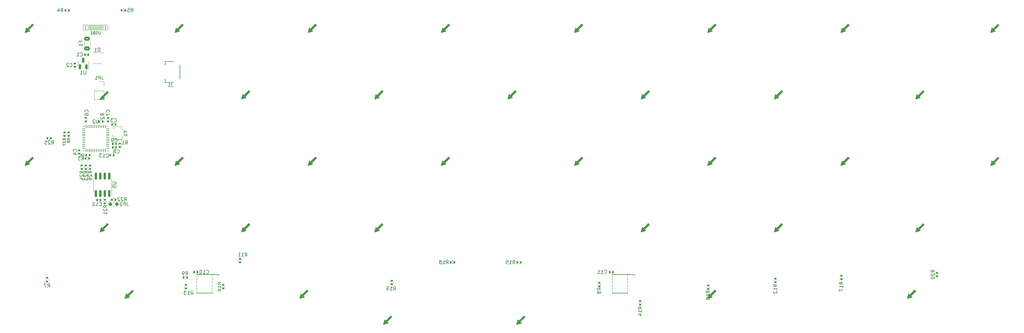
<source format=gbr>
%TF.GenerationSoftware,KiCad,Pcbnew,(6.0.0)*%
%TF.CreationDate,2022-12-27T13:23:36-08:00*%
%TF.ProjectId,denna,64656e6e-612e-46b6-9963-61645f706362,rev?*%
%TF.SameCoordinates,Original*%
%TF.FileFunction,Legend,Bot*%
%TF.FilePolarity,Positive*%
%FSLAX46Y46*%
G04 Gerber Fmt 4.6, Leading zero omitted, Abs format (unit mm)*
G04 Created by KiCad (PCBNEW (6.0.0)) date 2022-12-27 13:23:36*
%MOMM*%
%LPD*%
G01*
G04 APERTURE LIST*
G04 Aperture macros list*
%AMRoundRect*
0 Rectangle with rounded corners*
0 $1 Rounding radius*
0 $2 $3 $4 $5 $6 $7 $8 $9 X,Y pos of 4 corners*
0 Add a 4 corners polygon primitive as box body*
4,1,4,$2,$3,$4,$5,$6,$7,$8,$9,$2,$3,0*
0 Add four circle primitives for the rounded corners*
1,1,$1+$1,$2,$3*
1,1,$1+$1,$4,$5*
1,1,$1+$1,$6,$7*
1,1,$1+$1,$8,$9*
0 Add four rect primitives between the rounded corners*
20,1,$1+$1,$2,$3,$4,$5,0*
20,1,$1+$1,$4,$5,$6,$7,0*
20,1,$1+$1,$6,$7,$8,$9,0*
20,1,$1+$1,$8,$9,$2,$3,0*%
G04 Aperture macros list end*
%ADD10C,0.150000*%
%ADD11C,0.120000*%
%ADD12C,0.170180*%
%ADD13C,0.002540*%
%ADD14C,2.200000*%
%ADD15RoundRect,0.135000X-0.185000X0.135000X-0.185000X-0.135000X0.185000X-0.135000X0.185000X0.135000X0*%
%ADD16RoundRect,0.140000X0.170000X-0.140000X0.170000X0.140000X-0.170000X0.140000X-0.170000X-0.140000X0*%
%ADD17RoundRect,0.135000X0.185000X-0.135000X0.185000X0.135000X-0.185000X0.135000X-0.185000X-0.135000X0*%
%ADD18RoundRect,0.140000X0.140000X0.170000X-0.140000X0.170000X-0.140000X-0.170000X0.140000X-0.170000X0*%
%ADD19C,0.750000*%
%ADD20RoundRect,0.050000X-0.300000X-0.725000X0.300000X-0.725000X0.300000X0.725000X-0.300000X0.725000X0*%
%ADD21RoundRect,0.050000X-0.150000X-0.725000X0.150000X-0.725000X0.150000X0.725000X-0.150000X0.725000X0*%
%ADD22O,1.100000X1.700000*%
%ADD23O,1.100000X2.200000*%
%ADD24RoundRect,0.140000X-0.140000X-0.170000X0.140000X-0.170000X0.140000X0.170000X-0.140000X0.170000X0*%
%ADD25R,0.700000X1.000000*%
%ADD26R,0.700000X0.600000*%
%ADD27RoundRect,0.135000X-0.135000X-0.185000X0.135000X-0.185000X0.135000X0.185000X-0.135000X0.185000X0*%
%ADD28R,1.778000X0.419100*%
%ADD29R,1.800000X1.200000*%
%ADD30R,1.550000X0.600000*%
%ADD31RoundRect,0.150000X0.150000X-0.587500X0.150000X0.587500X-0.150000X0.587500X-0.150000X-0.587500X0*%
%ADD32RoundRect,0.062500X0.375000X0.062500X-0.375000X0.062500X-0.375000X-0.062500X0.375000X-0.062500X0*%
%ADD33RoundRect,0.062500X0.062500X0.375000X-0.062500X0.375000X-0.062500X-0.375000X0.062500X-0.375000X0*%
%ADD34R,5.600000X5.600000*%
%ADD35RoundRect,0.135000X0.135000X0.185000X-0.135000X0.185000X-0.135000X-0.185000X0.135000X-0.185000X0*%
%ADD36R,1.700000X1.700000*%
%ADD37O,1.700000X1.700000*%
%ADD38RoundRect,0.237500X0.250000X0.237500X-0.250000X0.237500X-0.250000X-0.237500X0.250000X-0.237500X0*%
%ADD39RoundRect,0.250000X-0.625000X0.375000X-0.625000X-0.375000X0.625000X-0.375000X0.625000X0.375000X0*%
%ADD40R,1.900000X0.400000*%
%ADD41RoundRect,0.140000X-0.170000X0.140000X-0.170000X-0.140000X0.170000X-0.140000X0.170000X0.140000X0*%
%ADD42RoundRect,0.150000X0.150000X-0.825000X0.150000X0.825000X-0.150000X0.825000X-0.150000X-0.825000X0*%
G04 APERTURE END LIST*
D10*
%TO.C,R14*%
X201470074Y-106031472D02*
X200993884Y-105698139D01*
X201470074Y-105460044D02*
X200470074Y-105460044D01*
X200470074Y-105840996D01*
X200517694Y-105936234D01*
X200565313Y-105983853D01*
X200660551Y-106031472D01*
X200803408Y-106031472D01*
X200898646Y-105983853D01*
X200946265Y-105936234D01*
X200993884Y-105840996D01*
X200993884Y-105460044D01*
X201470074Y-106983853D02*
X201470074Y-106412425D01*
X201470074Y-106698139D02*
X200470074Y-106698139D01*
X200612932Y-106602901D01*
X200708170Y-106507663D01*
X200755789Y-106412425D01*
X200803408Y-107840996D02*
X201470074Y-107840996D01*
X200422455Y-107602901D02*
X201136741Y-107364806D01*
X201136741Y-107983853D01*
%TO.C,C7*%
X49172890Y-49641271D02*
X49220509Y-49593652D01*
X49268128Y-49450795D01*
X49268128Y-49355557D01*
X49220509Y-49212699D01*
X49125271Y-49117461D01*
X49030033Y-49069842D01*
X48839557Y-49022223D01*
X48696700Y-49022223D01*
X48506224Y-49069842D01*
X48410986Y-49117461D01*
X48315748Y-49212699D01*
X48268128Y-49355557D01*
X48268128Y-49450795D01*
X48315748Y-49593652D01*
X48363367Y-49641271D01*
X48268128Y-49974604D02*
X48268128Y-50641271D01*
X49268128Y-50212699D01*
%TO.C,R27*%
X36676058Y-57628048D02*
X36295106Y-57361381D01*
X36676058Y-57170905D02*
X35876058Y-57170905D01*
X35876058Y-57475667D01*
X35914154Y-57551857D01*
X35952249Y-57589953D01*
X36028439Y-57628048D01*
X36142725Y-57628048D01*
X36218915Y-57589953D01*
X36257011Y-57551857D01*
X36295106Y-57475667D01*
X36295106Y-57170905D01*
X35952249Y-57932810D02*
X35914154Y-57970905D01*
X35876058Y-58047095D01*
X35876058Y-58237572D01*
X35914154Y-58313762D01*
X35952249Y-58351857D01*
X36028439Y-58389953D01*
X36104630Y-58389953D01*
X36218915Y-58351857D01*
X36676058Y-57894714D01*
X36676058Y-58389953D01*
X35876058Y-58656619D02*
X35876058Y-59189953D01*
X36676058Y-58847095D01*
%TO.C,R16*%
X81038836Y-99011846D02*
X80562646Y-98678513D01*
X81038836Y-98440418D02*
X80038836Y-98440418D01*
X80038836Y-98821370D01*
X80086456Y-98916608D01*
X80134075Y-98964227D01*
X80229313Y-99011846D01*
X80372170Y-99011846D01*
X80467408Y-98964227D01*
X80515027Y-98916608D01*
X80562646Y-98821370D01*
X80562646Y-98440418D01*
X81038836Y-99964227D02*
X81038836Y-99392799D01*
X81038836Y-99678513D02*
X80038836Y-99678513D01*
X80181694Y-99583275D01*
X80276932Y-99488037D01*
X80324551Y-99392799D01*
X80038836Y-100821370D02*
X80038836Y-100630894D01*
X80086456Y-100535656D01*
X80134075Y-100488037D01*
X80276932Y-100392799D01*
X80467408Y-100345180D01*
X80848360Y-100345180D01*
X80943598Y-100392799D01*
X80991217Y-100440418D01*
X81038836Y-100535656D01*
X81038836Y-100726132D01*
X80991217Y-100821370D01*
X80943598Y-100868989D01*
X80848360Y-100916608D01*
X80610265Y-100916608D01*
X80515027Y-100868989D01*
X80467408Y-100821370D01*
X80419789Y-100726132D01*
X80419789Y-100535656D01*
X80467408Y-100440418D01*
X80515027Y-100392799D01*
X80610265Y-100345180D01*
%TO.C,C1*%
X40846456Y-33496288D02*
X40894075Y-33543907D01*
X41036932Y-33591526D01*
X41132170Y-33591526D01*
X41275028Y-33543907D01*
X41370266Y-33448669D01*
X41417885Y-33353431D01*
X41465504Y-33162955D01*
X41465504Y-33020098D01*
X41417885Y-32829622D01*
X41370266Y-32734384D01*
X41275028Y-32639146D01*
X41132170Y-32591526D01*
X41036932Y-32591526D01*
X40894075Y-32639146D01*
X40846456Y-32686765D01*
X39894075Y-33591526D02*
X40465504Y-33591526D01*
X40179790Y-33591526D02*
X40179790Y-32591526D01*
X40275028Y-32734384D01*
X40370266Y-32829622D01*
X40465504Y-32877241D01*
%TO.C,USB1*%
X46634226Y-26477584D02*
X46634226Y-27125203D01*
X46596130Y-27201394D01*
X46558035Y-27239489D01*
X46481845Y-27277584D01*
X46329464Y-27277584D01*
X46253273Y-27239489D01*
X46215178Y-27201394D01*
X46177083Y-27125203D01*
X46177083Y-26477584D01*
X45834226Y-27239489D02*
X45719940Y-27277584D01*
X45529464Y-27277584D01*
X45453273Y-27239489D01*
X45415178Y-27201394D01*
X45377083Y-27125203D01*
X45377083Y-27049013D01*
X45415178Y-26972822D01*
X45453273Y-26934727D01*
X45529464Y-26896632D01*
X45681845Y-26858537D01*
X45758035Y-26820441D01*
X45796130Y-26782346D01*
X45834226Y-26706156D01*
X45834226Y-26629965D01*
X45796130Y-26553775D01*
X45758035Y-26515680D01*
X45681845Y-26477584D01*
X45491369Y-26477584D01*
X45377083Y-26515680D01*
X44767559Y-26858537D02*
X44653273Y-26896632D01*
X44615178Y-26934727D01*
X44577083Y-27010918D01*
X44577083Y-27125203D01*
X44615178Y-27201394D01*
X44653273Y-27239489D01*
X44729464Y-27277584D01*
X45034226Y-27277584D01*
X45034226Y-26477584D01*
X44767559Y-26477584D01*
X44691369Y-26515680D01*
X44653273Y-26553775D01*
X44615178Y-26629965D01*
X44615178Y-26706156D01*
X44653273Y-26782346D01*
X44691369Y-26820441D01*
X44767559Y-26858537D01*
X45034226Y-26858537D01*
X43815178Y-27277584D02*
X44272321Y-27277584D01*
X44043750Y-27277584D02*
X44043750Y-26477584D01*
X44119940Y-26591870D01*
X44196130Y-26668060D01*
X44272321Y-26706156D01*
%TO.C,C11*%
X190746461Y-95805820D02*
X190794080Y-95853439D01*
X190936937Y-95901058D01*
X191032175Y-95901058D01*
X191175032Y-95853439D01*
X191270270Y-95758201D01*
X191317889Y-95662963D01*
X191365508Y-95472487D01*
X191365508Y-95329630D01*
X191317889Y-95139154D01*
X191270270Y-95043916D01*
X191175032Y-94948678D01*
X191032175Y-94901058D01*
X190936937Y-94901058D01*
X190794080Y-94948678D01*
X190746461Y-94996297D01*
X189794080Y-95901058D02*
X190365508Y-95901058D01*
X190079794Y-95901058D02*
X190079794Y-94901058D01*
X190175032Y-95043916D01*
X190270270Y-95139154D01*
X190365508Y-95186773D01*
X188841699Y-95901058D02*
X189413127Y-95901058D01*
X189127413Y-95901058D02*
X189127413Y-94901058D01*
X189222651Y-95043916D01*
X189317889Y-95139154D01*
X189413127Y-95186773D01*
%TO.C,D1*%
X46461845Y-32203716D02*
X46461845Y-31203716D01*
X46223750Y-31203716D01*
X46080892Y-31251336D01*
X45985654Y-31346574D01*
X45938035Y-31441812D01*
X45890416Y-31632288D01*
X45890416Y-31775145D01*
X45938035Y-31965621D01*
X45985654Y-32060859D01*
X46080892Y-32156097D01*
X46223750Y-32203716D01*
X46461845Y-32203716D01*
X44938035Y-32203716D02*
X45509464Y-32203716D01*
X45223750Y-32203716D02*
X45223750Y-31203716D01*
X45318988Y-31346574D01*
X45414226Y-31441812D01*
X45509464Y-31489431D01*
%TO.C,R2*%
X47680624Y-50633461D02*
X47204434Y-50300128D01*
X47680624Y-50062032D02*
X46680624Y-50062032D01*
X46680624Y-50442985D01*
X46728244Y-50538223D01*
X46775863Y-50585842D01*
X46871101Y-50633461D01*
X47013958Y-50633461D01*
X47109196Y-50585842D01*
X47156815Y-50538223D01*
X47204434Y-50442985D01*
X47204434Y-50062032D01*
X46775863Y-51014413D02*
X46728244Y-51062032D01*
X46680624Y-51157270D01*
X46680624Y-51395366D01*
X46728244Y-51490604D01*
X46775863Y-51538223D01*
X46871101Y-51585842D01*
X46966339Y-51585842D01*
X47109196Y-51538223D01*
X47680624Y-50966794D01*
X47680624Y-51585842D01*
%TO.C,R19*%
X130421309Y-100663570D02*
X130754642Y-100187380D01*
X130992737Y-100663570D02*
X130992737Y-99663570D01*
X130611785Y-99663570D01*
X130516547Y-99711190D01*
X130468928Y-99758809D01*
X130421309Y-99854047D01*
X130421309Y-99996904D01*
X130468928Y-100092142D01*
X130516547Y-100139761D01*
X130611785Y-100187380D01*
X130992737Y-100187380D01*
X129468928Y-100663570D02*
X130040356Y-100663570D01*
X129754642Y-100663570D02*
X129754642Y-99663570D01*
X129849880Y-99806428D01*
X129945118Y-99901666D01*
X130040356Y-99949285D01*
X128992737Y-100663570D02*
X128802261Y-100663570D01*
X128707023Y-100615951D01*
X128659404Y-100568332D01*
X128564166Y-100425475D01*
X128516547Y-100234999D01*
X128516547Y-99854047D01*
X128564166Y-99758809D01*
X128611785Y-99711190D01*
X128707023Y-99663570D01*
X128897499Y-99663570D01*
X128992737Y-99711190D01*
X129040356Y-99758809D01*
X129087975Y-99854047D01*
X129087975Y-100092142D01*
X129040356Y-100187380D01*
X128992737Y-100234999D01*
X128897499Y-100282618D01*
X128707023Y-100282618D01*
X128611785Y-100234999D01*
X128564166Y-100187380D01*
X128516547Y-100092142D01*
%TO.C,J1*%
X67008501Y-41322798D02*
X67008501Y-42037084D01*
X67056120Y-42179941D01*
X67151358Y-42275179D01*
X67294215Y-42322798D01*
X67389453Y-42322798D01*
X66008501Y-42322798D02*
X66579929Y-42322798D01*
X66294215Y-42322798D02*
X66294215Y-41322798D01*
X66389453Y-41465656D01*
X66484691Y-41560894D01*
X66579929Y-41608513D01*
%TO.C,R6*%
X37866686Y-57612124D02*
X37485734Y-57345458D01*
X37866686Y-57154981D02*
X37066686Y-57154981D01*
X37066686Y-57459743D01*
X37104782Y-57535934D01*
X37142877Y-57574029D01*
X37219067Y-57612124D01*
X37333353Y-57612124D01*
X37409543Y-57574029D01*
X37447639Y-57535934D01*
X37485734Y-57459743D01*
X37485734Y-57154981D01*
X37066686Y-58297838D02*
X37066686Y-58145458D01*
X37104782Y-58069267D01*
X37142877Y-58031172D01*
X37257162Y-57954981D01*
X37409543Y-57916886D01*
X37714305Y-57916886D01*
X37790496Y-57954981D01*
X37828591Y-57993077D01*
X37866686Y-58069267D01*
X37866686Y-58221648D01*
X37828591Y-58297838D01*
X37790496Y-58335934D01*
X37714305Y-58374029D01*
X37523829Y-58374029D01*
X37447639Y-58335934D01*
X37409543Y-58297838D01*
X37371448Y-58221648D01*
X37371448Y-58069267D01*
X37409543Y-57993077D01*
X37447639Y-57954981D01*
X37523829Y-57916886D01*
%TO.C,R26*%
X44108740Y-67137624D02*
X43632550Y-66804291D01*
X44108740Y-66566196D02*
X43108740Y-66566196D01*
X43108740Y-66947148D01*
X43156360Y-67042386D01*
X43203979Y-67090005D01*
X43299217Y-67137624D01*
X43442074Y-67137624D01*
X43537312Y-67090005D01*
X43584931Y-67042386D01*
X43632550Y-66947148D01*
X43632550Y-66566196D01*
X43203979Y-67518577D02*
X43156360Y-67566196D01*
X43108740Y-67661434D01*
X43108740Y-67899529D01*
X43156360Y-67994767D01*
X43203979Y-68042386D01*
X43299217Y-68090005D01*
X43394455Y-68090005D01*
X43537312Y-68042386D01*
X44108740Y-67470958D01*
X44108740Y-68090005D01*
X43108740Y-68947148D02*
X43108740Y-68756672D01*
X43156360Y-68661434D01*
X43203979Y-68613815D01*
X43346836Y-68518577D01*
X43537312Y-68470958D01*
X43918264Y-68470958D01*
X44013502Y-68518577D01*
X44061121Y-68566196D01*
X44108740Y-68661434D01*
X44108740Y-68851910D01*
X44061121Y-68947148D01*
X44013502Y-68994767D01*
X43918264Y-69042386D01*
X43680169Y-69042386D01*
X43584931Y-68994767D01*
X43537312Y-68947148D01*
X43489693Y-68851910D01*
X43489693Y-68661434D01*
X43537312Y-68566196D01*
X43584931Y-68518577D01*
X43680169Y-68470958D01*
%TO.C,U1*%
X42433884Y-37750914D02*
X42433884Y-38560438D01*
X42386265Y-38655676D01*
X42338646Y-38703295D01*
X42243408Y-38750914D01*
X42052932Y-38750914D01*
X41957694Y-38703295D01*
X41910075Y-38655676D01*
X41862456Y-38560438D01*
X41862456Y-37750914D01*
X40862456Y-38750914D02*
X41433884Y-38750914D01*
X41148170Y-38750914D02*
X41148170Y-37750914D01*
X41243408Y-37893772D01*
X41338646Y-37989010D01*
X41433884Y-38036629D01*
%TO.C,R10*%
X220916998Y-101439588D02*
X220440808Y-101106255D01*
X220916998Y-100868160D02*
X219916998Y-100868160D01*
X219916998Y-101249112D01*
X219964618Y-101344350D01*
X220012237Y-101391969D01*
X220107475Y-101439588D01*
X220250332Y-101439588D01*
X220345570Y-101391969D01*
X220393189Y-101344350D01*
X220440808Y-101249112D01*
X220440808Y-100868160D01*
X220916998Y-102391969D02*
X220916998Y-101820541D01*
X220916998Y-102106255D02*
X219916998Y-102106255D01*
X220059856Y-102011017D01*
X220155094Y-101915779D01*
X220202713Y-101820541D01*
X219916998Y-103011017D02*
X219916998Y-103106255D01*
X219964618Y-103201493D01*
X220012237Y-103249112D01*
X220107475Y-103296731D01*
X220297951Y-103344350D01*
X220536046Y-103344350D01*
X220726522Y-103296731D01*
X220821760Y-103249112D01*
X220869379Y-103201493D01*
X220916998Y-103106255D01*
X220916998Y-103011017D01*
X220869379Y-102915779D01*
X220821760Y-102868160D01*
X220726522Y-102820541D01*
X220536046Y-102772922D01*
X220297951Y-102772922D01*
X220107475Y-102820541D01*
X220012237Y-102868160D01*
X219964618Y-102915779D01*
X219916998Y-103011017D01*
%TO.C,U2*%
X46005654Y-51782380D02*
X46005654Y-52591904D01*
X45958035Y-52687142D01*
X45910416Y-52734761D01*
X45815178Y-52782380D01*
X45624702Y-52782380D01*
X45529464Y-52734761D01*
X45481845Y-52687142D01*
X45434226Y-52591904D01*
X45434226Y-51782380D01*
X45005654Y-51877619D02*
X44958035Y-51830000D01*
X44862797Y-51782380D01*
X44624702Y-51782380D01*
X44529464Y-51830000D01*
X44481845Y-51877619D01*
X44434226Y-51972857D01*
X44434226Y-52068095D01*
X44481845Y-52210952D01*
X45053273Y-52782380D01*
X44434226Y-52782380D01*
%TO.C,R9*%
X71009032Y-96318562D02*
X71342366Y-95842372D01*
X71580461Y-96318562D02*
X71580461Y-95318562D01*
X71199508Y-95318562D01*
X71104270Y-95366182D01*
X71056651Y-95413801D01*
X71009032Y-95509039D01*
X71009032Y-95651896D01*
X71056651Y-95747134D01*
X71104270Y-95794753D01*
X71199508Y-95842372D01*
X71580461Y-95842372D01*
X70532842Y-96318562D02*
X70342366Y-96318562D01*
X70247127Y-96270943D01*
X70199508Y-96223324D01*
X70104270Y-96080467D01*
X70056651Y-95889991D01*
X70056651Y-95509039D01*
X70104270Y-95413801D01*
X70151889Y-95366182D01*
X70247127Y-95318562D01*
X70437604Y-95318562D01*
X70532842Y-95366182D01*
X70580461Y-95413801D01*
X70628080Y-95509039D01*
X70628080Y-95747134D01*
X70580461Y-95842372D01*
X70532842Y-95889991D01*
X70437604Y-95937610D01*
X70247127Y-95937610D01*
X70151889Y-95889991D01*
X70104270Y-95842372D01*
X70056651Y-95747134D01*
%TO.C,JP1*%
X47069387Y-39305302D02*
X47069387Y-40019588D01*
X47117006Y-40162445D01*
X47212244Y-40257683D01*
X47355101Y-40305302D01*
X47450339Y-40305302D01*
X46593196Y-40305302D02*
X46593196Y-39305302D01*
X46212244Y-39305302D01*
X46117006Y-39352922D01*
X46069387Y-39400541D01*
X46021768Y-39495779D01*
X46021768Y-39638636D01*
X46069387Y-39733874D01*
X46117006Y-39781493D01*
X46212244Y-39829112D01*
X46593196Y-39829112D01*
X45069387Y-40305302D02*
X45640815Y-40305302D01*
X45355101Y-40305302D02*
X45355101Y-39305302D01*
X45450339Y-39448160D01*
X45545577Y-39543398D01*
X45640815Y-39591017D01*
%TO.C,C6*%
X43021312Y-49641271D02*
X43068931Y-49593652D01*
X43116550Y-49450795D01*
X43116550Y-49355557D01*
X43068931Y-49212699D01*
X42973693Y-49117461D01*
X42878455Y-49069842D01*
X42687979Y-49022223D01*
X42545122Y-49022223D01*
X42354646Y-49069842D01*
X42259408Y-49117461D01*
X42164170Y-49212699D01*
X42116550Y-49355557D01*
X42116550Y-49450795D01*
X42164170Y-49593652D01*
X42211789Y-49641271D01*
X42116550Y-50498414D02*
X42116550Y-50307938D01*
X42164170Y-50212699D01*
X42211789Y-50165080D01*
X42354646Y-50069842D01*
X42545122Y-50022223D01*
X42926074Y-50022223D01*
X43021312Y-50069842D01*
X43068931Y-50117461D01*
X43116550Y-50212699D01*
X43116550Y-50403176D01*
X43068931Y-50498414D01*
X43021312Y-50546033D01*
X42926074Y-50593652D01*
X42687979Y-50593652D01*
X42592741Y-50546033D01*
X42545122Y-50498414D01*
X42497503Y-50403176D01*
X42497503Y-50212699D01*
X42545122Y-50117461D01*
X42592741Y-50069842D01*
X42687979Y-50022223D01*
%TO.C,C5*%
X41526246Y-62126941D02*
X41554817Y-62155513D01*
X41640531Y-62184084D01*
X41697674Y-62184084D01*
X41783388Y-62155513D01*
X41840531Y-62098370D01*
X41869103Y-62041227D01*
X41897674Y-61926941D01*
X41897674Y-61841227D01*
X41869103Y-61726941D01*
X41840531Y-61669798D01*
X41783388Y-61612656D01*
X41697674Y-61584084D01*
X41640531Y-61584084D01*
X41554817Y-61612656D01*
X41526246Y-61641227D01*
X40983388Y-61584084D02*
X41269103Y-61584084D01*
X41297674Y-61869798D01*
X41269103Y-61841227D01*
X41211960Y-61812656D01*
X41069103Y-61812656D01*
X41011960Y-61841227D01*
X40983388Y-61869798D01*
X40954817Y-61926941D01*
X40954817Y-62069798D01*
X40983388Y-62126941D01*
X41011960Y-62155513D01*
X41069103Y-62184084D01*
X41211960Y-62184084D01*
X41269103Y-62155513D01*
X41297674Y-62126941D01*
%TO.C,R8*%
X189762232Y-100639837D02*
X189286042Y-100306504D01*
X189762232Y-100068408D02*
X188762232Y-100068408D01*
X188762232Y-100449361D01*
X188809852Y-100544599D01*
X188857471Y-100592218D01*
X188952709Y-100639837D01*
X189095566Y-100639837D01*
X189190804Y-100592218D01*
X189238423Y-100544599D01*
X189286042Y-100449361D01*
X189286042Y-100068408D01*
X189190804Y-101211265D02*
X189143185Y-101116027D01*
X189095566Y-101068408D01*
X189000328Y-101020789D01*
X188952709Y-101020789D01*
X188857471Y-101068408D01*
X188809852Y-101116027D01*
X188762232Y-101211265D01*
X188762232Y-101401742D01*
X188809852Y-101496980D01*
X188857471Y-101544599D01*
X188952709Y-101592218D01*
X189000328Y-101592218D01*
X189095566Y-101544599D01*
X189143185Y-101496980D01*
X189190804Y-101401742D01*
X189190804Y-101211265D01*
X189238423Y-101116027D01*
X189286042Y-101068408D01*
X189381280Y-101020789D01*
X189571756Y-101020789D01*
X189666994Y-101068408D01*
X189714613Y-101116027D01*
X189762232Y-101211265D01*
X189762232Y-101401742D01*
X189714613Y-101496980D01*
X189666994Y-101544599D01*
X189571756Y-101592218D01*
X189381280Y-101592218D01*
X189286042Y-101544599D01*
X189238423Y-101496980D01*
X189190804Y-101401742D01*
%TO.C,JP2*%
X54213155Y-75454134D02*
X54213155Y-76168420D01*
X54260774Y-76311277D01*
X54356012Y-76406515D01*
X54498869Y-76454134D01*
X54594107Y-76454134D01*
X53736964Y-76454134D02*
X53736964Y-75454134D01*
X53356012Y-75454134D01*
X53260774Y-75501754D01*
X53213155Y-75549373D01*
X53165536Y-75644611D01*
X53165536Y-75787468D01*
X53213155Y-75882706D01*
X53260774Y-75930325D01*
X53356012Y-75977944D01*
X53736964Y-75977944D01*
X52784583Y-75549373D02*
X52736964Y-75501754D01*
X52641726Y-75454134D01*
X52403631Y-75454134D01*
X52308393Y-75501754D01*
X52260774Y-75549373D01*
X52213155Y-75644611D01*
X52213155Y-75739849D01*
X52260774Y-75882706D01*
X52832202Y-76454134D01*
X52213155Y-76454134D01*
%TO.C,R23*%
X42918112Y-67137624D02*
X42441922Y-66804291D01*
X42918112Y-66566196D02*
X41918112Y-66566196D01*
X41918112Y-66947148D01*
X41965732Y-67042386D01*
X42013351Y-67090005D01*
X42108589Y-67137624D01*
X42251446Y-67137624D01*
X42346684Y-67090005D01*
X42394303Y-67042386D01*
X42441922Y-66947148D01*
X42441922Y-66566196D01*
X42013351Y-67518577D02*
X41965732Y-67566196D01*
X41918112Y-67661434D01*
X41918112Y-67899529D01*
X41965732Y-67994767D01*
X42013351Y-68042386D01*
X42108589Y-68090005D01*
X42203827Y-68090005D01*
X42346684Y-68042386D01*
X42918112Y-67470958D01*
X42918112Y-68090005D01*
X41918112Y-68423339D02*
X41918112Y-69042386D01*
X42299065Y-68709053D01*
X42299065Y-68851910D01*
X42346684Y-68947148D01*
X42394303Y-68994767D01*
X42489541Y-69042386D01*
X42727636Y-69042386D01*
X42822874Y-68994767D01*
X42870493Y-68947148D01*
X42918112Y-68851910D01*
X42918112Y-68566196D01*
X42870493Y-68470958D01*
X42822874Y-68423339D01*
%TO.C,C3*%
X50569918Y-52347898D02*
X50617537Y-52395517D01*
X50760394Y-52443136D01*
X50855632Y-52443136D01*
X50998490Y-52395517D01*
X51093728Y-52300279D01*
X51141347Y-52205041D01*
X51188966Y-52014565D01*
X51188966Y-51871708D01*
X51141347Y-51681232D01*
X51093728Y-51585994D01*
X50998490Y-51490756D01*
X50855632Y-51443136D01*
X50760394Y-51443136D01*
X50617537Y-51490756D01*
X50569918Y-51538375D01*
X50236585Y-51443136D02*
X49617537Y-51443136D01*
X49950871Y-51824089D01*
X49808013Y-51824089D01*
X49712775Y-51871708D01*
X49665156Y-51919327D01*
X49617537Y-52014565D01*
X49617537Y-52252660D01*
X49665156Y-52347898D01*
X49712775Y-52395517D01*
X49808013Y-52443136D01*
X50093728Y-52443136D01*
X50188966Y-52395517D01*
X50236585Y-52347898D01*
%TO.C,F1*%
X40902435Y-29630804D02*
X40902435Y-29297471D01*
X41426244Y-29297471D02*
X40426244Y-29297471D01*
X40426244Y-29773661D01*
X41426244Y-30678423D02*
X41426244Y-30106995D01*
X41426244Y-30392709D02*
X40426244Y-30392709D01*
X40569102Y-30297471D01*
X40664340Y-30202233D01*
X40711959Y-30106995D01*
%TO.C,R21*%
X48474376Y-76946400D02*
X47998186Y-76613067D01*
X48474376Y-76374972D02*
X47474376Y-76374972D01*
X47474376Y-76755924D01*
X47521996Y-76851162D01*
X47569615Y-76898781D01*
X47664853Y-76946400D01*
X47807710Y-76946400D01*
X47902948Y-76898781D01*
X47950567Y-76851162D01*
X47998186Y-76755924D01*
X47998186Y-76374972D01*
X47569615Y-77327353D02*
X47521996Y-77374972D01*
X47474376Y-77470210D01*
X47474376Y-77708305D01*
X47521996Y-77803543D01*
X47569615Y-77851162D01*
X47664853Y-77898781D01*
X47760091Y-77898781D01*
X47902948Y-77851162D01*
X48474376Y-77279734D01*
X48474376Y-77898781D01*
X48474376Y-78851162D02*
X48474376Y-78279734D01*
X48474376Y-78565448D02*
X47474376Y-78565448D01*
X47617234Y-78470210D01*
X47712472Y-78374972D01*
X47760091Y-78279734D01*
%TO.C,R3*%
X41243332Y-63357226D02*
X41576666Y-62881036D01*
X41814761Y-63357226D02*
X41814761Y-62357226D01*
X41433808Y-62357226D01*
X41338570Y-62404846D01*
X41290951Y-62452465D01*
X41243332Y-62547703D01*
X41243332Y-62690560D01*
X41290951Y-62785798D01*
X41338570Y-62833417D01*
X41433808Y-62881036D01*
X41814761Y-62881036D01*
X40909999Y-62357226D02*
X40290951Y-62357226D01*
X40624285Y-62738179D01*
X40481427Y-62738179D01*
X40386189Y-62785798D01*
X40338570Y-62833417D01*
X40290951Y-62928655D01*
X40290951Y-63166750D01*
X40338570Y-63261988D01*
X40386189Y-63309607D01*
X40481427Y-63357226D01*
X40767142Y-63357226D01*
X40862380Y-63309607D01*
X40909999Y-63261988D01*
%TO.C,R20*%
X285231538Y-95501134D02*
X284755348Y-95167801D01*
X285231538Y-94929706D02*
X284231538Y-94929706D01*
X284231538Y-95310658D01*
X284279158Y-95405896D01*
X284326777Y-95453515D01*
X284422015Y-95501134D01*
X284564872Y-95501134D01*
X284660110Y-95453515D01*
X284707729Y-95405896D01*
X284755348Y-95310658D01*
X284755348Y-94929706D01*
X284326777Y-95882087D02*
X284279158Y-95929706D01*
X284231538Y-96024944D01*
X284231538Y-96263039D01*
X284279158Y-96358277D01*
X284326777Y-96405896D01*
X284422015Y-96453515D01*
X284517253Y-96453515D01*
X284660110Y-96405896D01*
X285231538Y-95834468D01*
X285231538Y-96453515D01*
X284231538Y-97072563D02*
X284231538Y-97167801D01*
X284279158Y-97263039D01*
X284326777Y-97310658D01*
X284422015Y-97358277D01*
X284612491Y-97405896D01*
X284850586Y-97405896D01*
X285041062Y-97358277D01*
X285136300Y-97310658D01*
X285183919Y-97263039D01*
X285231538Y-97167801D01*
X285231538Y-97072563D01*
X285183919Y-96977325D01*
X285136300Y-96929706D01*
X285041062Y-96882087D01*
X284850586Y-96834468D01*
X284612491Y-96834468D01*
X284422015Y-96882087D01*
X284326777Y-96929706D01*
X284279158Y-96977325D01*
X284231538Y-97072563D01*
%TO.C,R13*%
X72477413Y-101893026D02*
X72810746Y-101416836D01*
X73048841Y-101893026D02*
X73048841Y-100893026D01*
X72667889Y-100893026D01*
X72572651Y-100940646D01*
X72525032Y-100988265D01*
X72477413Y-101083503D01*
X72477413Y-101226360D01*
X72525032Y-101321598D01*
X72572651Y-101369217D01*
X72667889Y-101416836D01*
X73048841Y-101416836D01*
X71525032Y-101893026D02*
X72096460Y-101893026D01*
X71810746Y-101893026D02*
X71810746Y-100893026D01*
X71905984Y-101035884D01*
X72001222Y-101131122D01*
X72096460Y-101178741D01*
X71191698Y-100893026D02*
X70572651Y-100893026D01*
X70905984Y-101273979D01*
X70763127Y-101273979D01*
X70667889Y-101321598D01*
X70620270Y-101369217D01*
X70572651Y-101464455D01*
X70572651Y-101702550D01*
X70620270Y-101797788D01*
X70667889Y-101845407D01*
X70763127Y-101893026D01*
X71048841Y-101893026D01*
X71144079Y-101845407D01*
X71191698Y-101797788D01*
%TO.C,Y1*%
X53752888Y-55284887D02*
X54229078Y-55284887D01*
X53229078Y-54951554D02*
X53752888Y-55284887D01*
X53229078Y-55618220D01*
X54229078Y-56475363D02*
X54229078Y-55903935D01*
X54229078Y-56189649D02*
X53229078Y-56189649D01*
X53371936Y-56094411D01*
X53467174Y-55999173D01*
X53514793Y-55903935D01*
%TO.C,C4*%
X39678494Y-60900833D02*
X39726113Y-60853214D01*
X39773732Y-60710357D01*
X39773732Y-60615119D01*
X39726113Y-60472261D01*
X39630875Y-60377023D01*
X39535637Y-60329404D01*
X39345161Y-60281785D01*
X39202304Y-60281785D01*
X39011828Y-60329404D01*
X38916590Y-60377023D01*
X38821352Y-60472261D01*
X38773732Y-60615119D01*
X38773732Y-60710357D01*
X38821352Y-60853214D01*
X38868971Y-60900833D01*
X39107066Y-61757976D02*
X39773732Y-61757976D01*
X38726113Y-61519880D02*
X39440399Y-61281785D01*
X39440399Y-61900833D01*
%TO.C,C12*%
X46283597Y-76358896D02*
X46331216Y-76406515D01*
X46474073Y-76454134D01*
X46569311Y-76454134D01*
X46712168Y-76406515D01*
X46807406Y-76311277D01*
X46855025Y-76216039D01*
X46902644Y-76025563D01*
X46902644Y-75882706D01*
X46855025Y-75692230D01*
X46807406Y-75596992D01*
X46712168Y-75501754D01*
X46569311Y-75454134D01*
X46474073Y-75454134D01*
X46331216Y-75501754D01*
X46283597Y-75549373D01*
X45331216Y-76454134D02*
X45902644Y-76454134D01*
X45616930Y-76454134D02*
X45616930Y-75454134D01*
X45712168Y-75596992D01*
X45807406Y-75692230D01*
X45902644Y-75739849D01*
X44950263Y-75549373D02*
X44902644Y-75501754D01*
X44807406Y-75454134D01*
X44569311Y-75454134D01*
X44474073Y-75501754D01*
X44426454Y-75549373D01*
X44378835Y-75644611D01*
X44378835Y-75739849D01*
X44426454Y-75882706D01*
X44997882Y-76454134D01*
X44378835Y-76454134D01*
%TO.C,C13*%
X48267977Y-62468236D02*
X48315596Y-62515855D01*
X48458453Y-62563474D01*
X48553691Y-62563474D01*
X48696548Y-62515855D01*
X48791786Y-62420617D01*
X48839405Y-62325379D01*
X48887024Y-62134903D01*
X48887024Y-61992046D01*
X48839405Y-61801570D01*
X48791786Y-61706332D01*
X48696548Y-61611094D01*
X48553691Y-61563474D01*
X48458453Y-61563474D01*
X48315596Y-61611094D01*
X48267977Y-61658713D01*
X47315596Y-62563474D02*
X47887024Y-62563474D01*
X47601310Y-62563474D02*
X47601310Y-61563474D01*
X47696548Y-61706332D01*
X47791786Y-61801570D01*
X47887024Y-61849189D01*
X46982262Y-61563474D02*
X46363215Y-61563474D01*
X46696548Y-61944427D01*
X46553691Y-61944427D01*
X46458453Y-61992046D01*
X46410834Y-62039665D01*
X46363215Y-62134903D01*
X46363215Y-62372998D01*
X46410834Y-62468236D01*
X46458453Y-62515855D01*
X46553691Y-62563474D01*
X46839405Y-62563474D01*
X46934643Y-62515855D01*
X46982262Y-62468236D01*
%TO.C,R17*%
X259017094Y-98973018D02*
X258540904Y-98639685D01*
X259017094Y-98401590D02*
X258017094Y-98401590D01*
X258017094Y-98782542D01*
X258064714Y-98877780D01*
X258112333Y-98925399D01*
X258207571Y-98973018D01*
X258350428Y-98973018D01*
X258445666Y-98925399D01*
X258493285Y-98877780D01*
X258540904Y-98782542D01*
X258540904Y-98401590D01*
X259017094Y-99925399D02*
X259017094Y-99353971D01*
X259017094Y-99639685D02*
X258017094Y-99639685D01*
X258159952Y-99544447D01*
X258255190Y-99449209D01*
X258302809Y-99353971D01*
X258017094Y-100258733D02*
X258017094Y-100925399D01*
X259017094Y-100496828D01*
%TO.C,R18*%
X145502597Y-93122926D02*
X145835930Y-92646736D01*
X146074025Y-93122926D02*
X146074025Y-92122926D01*
X145693073Y-92122926D01*
X145597835Y-92170546D01*
X145550216Y-92218165D01*
X145502597Y-92313403D01*
X145502597Y-92456260D01*
X145550216Y-92551498D01*
X145597835Y-92599117D01*
X145693073Y-92646736D01*
X146074025Y-92646736D01*
X144550216Y-93122926D02*
X145121644Y-93122926D01*
X144835930Y-93122926D02*
X144835930Y-92122926D01*
X144931168Y-92265784D01*
X145026406Y-92361022D01*
X145121644Y-92408641D01*
X143978787Y-92551498D02*
X144074025Y-92503879D01*
X144121644Y-92456260D01*
X144169263Y-92361022D01*
X144169263Y-92313403D01*
X144121644Y-92218165D01*
X144074025Y-92170546D01*
X143978787Y-92122926D01*
X143788311Y-92122926D01*
X143693073Y-92170546D01*
X143645454Y-92218165D01*
X143597835Y-92313403D01*
X143597835Y-92361022D01*
X143645454Y-92456260D01*
X143693073Y-92503879D01*
X143788311Y-92551498D01*
X143978787Y-92551498D01*
X144074025Y-92599117D01*
X144121644Y-92646736D01*
X144169263Y-92741974D01*
X144169263Y-92932450D01*
X144121644Y-93027688D01*
X144074025Y-93075307D01*
X143978787Y-93122926D01*
X143788311Y-93122926D01*
X143693073Y-93075307D01*
X143645454Y-93027688D01*
X143597835Y-92932450D01*
X143597835Y-92741974D01*
X143645454Y-92646736D01*
X143693073Y-92599117D01*
X143788311Y-92551498D01*
%TO.C,C9*%
X50768356Y-58102600D02*
X50815975Y-58150219D01*
X50958832Y-58197838D01*
X51054070Y-58197838D01*
X51196928Y-58150219D01*
X51292166Y-58054981D01*
X51339785Y-57959743D01*
X51387404Y-57769267D01*
X51387404Y-57626410D01*
X51339785Y-57435934D01*
X51292166Y-57340696D01*
X51196928Y-57245458D01*
X51054070Y-57197838D01*
X50958832Y-57197838D01*
X50815975Y-57245458D01*
X50768356Y-57293077D01*
X50292166Y-58197838D02*
X50101690Y-58197838D01*
X50006451Y-58150219D01*
X49958832Y-58102600D01*
X49863594Y-57959743D01*
X49815975Y-57769267D01*
X49815975Y-57388315D01*
X49863594Y-57293077D01*
X49911213Y-57245458D01*
X50006451Y-57197838D01*
X50196928Y-57197838D01*
X50292166Y-57245458D01*
X50339785Y-57293077D01*
X50387404Y-57388315D01*
X50387404Y-57626410D01*
X50339785Y-57721648D01*
X50292166Y-57769267D01*
X50196928Y-57816886D01*
X50006451Y-57816886D01*
X49911213Y-57769267D01*
X49863594Y-57721648D01*
X49815975Y-57626410D01*
%TO.C,R4*%
X35290192Y-20891494D02*
X35623526Y-20415304D01*
X35861621Y-20891494D02*
X35861621Y-19891494D01*
X35480668Y-19891494D01*
X35385430Y-19939114D01*
X35337811Y-19986733D01*
X35290192Y-20081971D01*
X35290192Y-20224828D01*
X35337811Y-20320066D01*
X35385430Y-20367685D01*
X35480668Y-20415304D01*
X35861621Y-20415304D01*
X34433049Y-20224828D02*
X34433049Y-20891494D01*
X34671145Y-19843875D02*
X34909240Y-20558161D01*
X34290192Y-20558161D01*
%TO.C,C8*%
X51363670Y-61277608D02*
X51411289Y-61325227D01*
X51554146Y-61372846D01*
X51649384Y-61372846D01*
X51792242Y-61325227D01*
X51887480Y-61229989D01*
X51935099Y-61134751D01*
X51982718Y-60944275D01*
X51982718Y-60801418D01*
X51935099Y-60610942D01*
X51887480Y-60515704D01*
X51792242Y-60420466D01*
X51649384Y-60372846D01*
X51554146Y-60372846D01*
X51411289Y-60420466D01*
X51363670Y-60468085D01*
X50792242Y-60801418D02*
X50887480Y-60753799D01*
X50935099Y-60706180D01*
X50982718Y-60610942D01*
X50982718Y-60563323D01*
X50935099Y-60468085D01*
X50887480Y-60420466D01*
X50792242Y-60372846D01*
X50601765Y-60372846D01*
X50506527Y-60420466D01*
X50458908Y-60468085D01*
X50411289Y-60563323D01*
X50411289Y-60610942D01*
X50458908Y-60706180D01*
X50506527Y-60753799D01*
X50601765Y-60801418D01*
X50792242Y-60801418D01*
X50887480Y-60849037D01*
X50935099Y-60896656D01*
X50982718Y-60991894D01*
X50982718Y-61182370D01*
X50935099Y-61277608D01*
X50887480Y-61325227D01*
X50792242Y-61372846D01*
X50601765Y-61372846D01*
X50506527Y-61325227D01*
X50458908Y-61277608D01*
X50411289Y-61182370D01*
X50411289Y-60991894D01*
X50458908Y-60896656D01*
X50506527Y-60849037D01*
X50601765Y-60801418D01*
%TO.C,R12*%
X240165484Y-99661456D02*
X239689294Y-99328123D01*
X240165484Y-99090028D02*
X239165484Y-99090028D01*
X239165484Y-99470980D01*
X239213104Y-99566218D01*
X239260723Y-99613837D01*
X239355961Y-99661456D01*
X239498818Y-99661456D01*
X239594056Y-99613837D01*
X239641675Y-99566218D01*
X239689294Y-99470980D01*
X239689294Y-99090028D01*
X240165484Y-100613837D02*
X240165484Y-100042409D01*
X240165484Y-100328123D02*
X239165484Y-100328123D01*
X239308342Y-100232885D01*
X239403580Y-100137647D01*
X239451199Y-100042409D01*
X239260723Y-100994790D02*
X239213104Y-101042409D01*
X239165484Y-101137647D01*
X239165484Y-101375742D01*
X239213104Y-101470980D01*
X239260723Y-101518599D01*
X239355961Y-101566218D01*
X239451199Y-101566218D01*
X239594056Y-101518599D01*
X240165484Y-100947171D01*
X240165484Y-101566218D01*
%TO.C,C2*%
X37869886Y-36533482D02*
X37917505Y-36581101D01*
X38060362Y-36628720D01*
X38155600Y-36628720D01*
X38298458Y-36581101D01*
X38393696Y-36485863D01*
X38441315Y-36390625D01*
X38488934Y-36200149D01*
X38488934Y-36057292D01*
X38441315Y-35866816D01*
X38393696Y-35771578D01*
X38298458Y-35676340D01*
X38155600Y-35628720D01*
X38060362Y-35628720D01*
X37917505Y-35676340D01*
X37869886Y-35723959D01*
X37488934Y-35723959D02*
X37441315Y-35676340D01*
X37346077Y-35628720D01*
X37107981Y-35628720D01*
X37012743Y-35676340D01*
X36965124Y-35723959D01*
X36917505Y-35819197D01*
X36917505Y-35914435D01*
X36965124Y-36057292D01*
X37536553Y-36628720D01*
X36917505Y-36628720D01*
%TO.C,R11*%
X87955577Y-90940108D02*
X88288910Y-90463918D01*
X88527005Y-90940108D02*
X88527005Y-89940108D01*
X88146053Y-89940108D01*
X88050815Y-89987728D01*
X88003196Y-90035347D01*
X87955577Y-90130585D01*
X87955577Y-90273442D01*
X88003196Y-90368680D01*
X88050815Y-90416299D01*
X88146053Y-90463918D01*
X88527005Y-90463918D01*
X87003196Y-90940108D02*
X87574624Y-90940108D01*
X87288910Y-90940108D02*
X87288910Y-89940108D01*
X87384148Y-90082966D01*
X87479386Y-90178204D01*
X87574624Y-90225823D01*
X86050815Y-90940108D02*
X86622243Y-90940108D01*
X86336529Y-90940108D02*
X86336529Y-89940108D01*
X86431767Y-90082966D01*
X86527005Y-90178204D01*
X86622243Y-90225823D01*
%TO.C,R15*%
X164552645Y-93122926D02*
X164885978Y-92646736D01*
X165124073Y-93122926D02*
X165124073Y-92122926D01*
X164743121Y-92122926D01*
X164647883Y-92170546D01*
X164600264Y-92218165D01*
X164552645Y-92313403D01*
X164552645Y-92456260D01*
X164600264Y-92551498D01*
X164647883Y-92599117D01*
X164743121Y-92646736D01*
X165124073Y-92646736D01*
X163600264Y-93122926D02*
X164171692Y-93122926D01*
X163885978Y-93122926D02*
X163885978Y-92122926D01*
X163981216Y-92265784D01*
X164076454Y-92361022D01*
X164171692Y-92408641D01*
X162695502Y-92122926D02*
X163171692Y-92122926D01*
X163219311Y-92599117D01*
X163171692Y-92551498D01*
X163076454Y-92503879D01*
X162838359Y-92503879D01*
X162743121Y-92551498D01*
X162695502Y-92599117D01*
X162647883Y-92694355D01*
X162647883Y-92932450D01*
X162695502Y-93027688D01*
X162743121Y-93075307D01*
X162838359Y-93122926D01*
X163076454Y-93122926D01*
X163171692Y-93075307D01*
X163219311Y-93027688D01*
%TO.C,R24*%
X41727484Y-67137624D02*
X41251294Y-66804291D01*
X41727484Y-66566196D02*
X40727484Y-66566196D01*
X40727484Y-66947148D01*
X40775104Y-67042386D01*
X40822723Y-67090005D01*
X40917961Y-67137624D01*
X41060818Y-67137624D01*
X41156056Y-67090005D01*
X41203675Y-67042386D01*
X41251294Y-66947148D01*
X41251294Y-66566196D01*
X40822723Y-67518577D02*
X40775104Y-67566196D01*
X40727484Y-67661434D01*
X40727484Y-67899529D01*
X40775104Y-67994767D01*
X40822723Y-68042386D01*
X40917961Y-68090005D01*
X41013199Y-68090005D01*
X41156056Y-68042386D01*
X41727484Y-67470958D01*
X41727484Y-68090005D01*
X41060818Y-68947148D02*
X41727484Y-68947148D01*
X40679865Y-68709053D02*
X41394151Y-68470958D01*
X41394151Y-69090005D01*
%TO.C,R1*%
X53744926Y-58793152D02*
X54078260Y-58316962D01*
X54316355Y-58793152D02*
X54316355Y-57793152D01*
X53935402Y-57793152D01*
X53840164Y-57840772D01*
X53792545Y-57888391D01*
X53744926Y-57983629D01*
X53744926Y-58126486D01*
X53792545Y-58221724D01*
X53840164Y-58269343D01*
X53935402Y-58316962D01*
X54316355Y-58316962D01*
X52792545Y-58793152D02*
X53363974Y-58793152D01*
X53078260Y-58793152D02*
X53078260Y-57793152D01*
X53173498Y-57936010D01*
X53268736Y-58031248D01*
X53363974Y-58078867D01*
%TO.C,R5*%
X55332430Y-20891494D02*
X55665764Y-20415304D01*
X55903859Y-20891494D02*
X55903859Y-19891494D01*
X55522906Y-19891494D01*
X55427668Y-19939114D01*
X55380049Y-19986733D01*
X55332430Y-20081971D01*
X55332430Y-20224828D01*
X55380049Y-20320066D01*
X55427668Y-20367685D01*
X55522906Y-20415304D01*
X55903859Y-20415304D01*
X54427668Y-19891494D02*
X54903859Y-19891494D01*
X54951478Y-20367685D01*
X54903859Y-20320066D01*
X54808621Y-20272447D01*
X54570525Y-20272447D01*
X54475287Y-20320066D01*
X54427668Y-20367685D01*
X54380049Y-20462923D01*
X54380049Y-20701018D01*
X54427668Y-20796256D01*
X54475287Y-20843875D01*
X54570525Y-20891494D01*
X54808621Y-20891494D01*
X54903859Y-20843875D01*
X54951478Y-20796256D01*
%TO.C,R7*%
X31519870Y-99756694D02*
X31853204Y-99280504D01*
X32091299Y-99756694D02*
X32091299Y-98756694D01*
X31710346Y-98756694D01*
X31615108Y-98804314D01*
X31567489Y-98851933D01*
X31519870Y-98947171D01*
X31519870Y-99090028D01*
X31567489Y-99185266D01*
X31615108Y-99232885D01*
X31710346Y-99280504D01*
X32091299Y-99280504D01*
X31186537Y-98756694D02*
X30519870Y-98756694D01*
X30948442Y-99756694D01*
%TO.C,R25*%
X32591375Y-58772524D02*
X32924708Y-58296334D01*
X33162803Y-58772524D02*
X33162803Y-57772524D01*
X32781851Y-57772524D01*
X32686613Y-57820144D01*
X32638994Y-57867763D01*
X32591375Y-57963001D01*
X32591375Y-58105858D01*
X32638994Y-58201096D01*
X32686613Y-58248715D01*
X32781851Y-58296334D01*
X33162803Y-58296334D01*
X32210422Y-57867763D02*
X32162803Y-57820144D01*
X32067565Y-57772524D01*
X31829470Y-57772524D01*
X31734232Y-57820144D01*
X31686613Y-57867763D01*
X31638994Y-57963001D01*
X31638994Y-58058239D01*
X31686613Y-58201096D01*
X32258041Y-58772524D01*
X31638994Y-58772524D01*
X30734232Y-57772524D02*
X31210422Y-57772524D01*
X31258041Y-58248715D01*
X31210422Y-58201096D01*
X31115184Y-58153477D01*
X30877089Y-58153477D01*
X30781851Y-58201096D01*
X30734232Y-58248715D01*
X30686613Y-58343953D01*
X30686613Y-58582048D01*
X30734232Y-58677286D01*
X30781851Y-58724905D01*
X30877089Y-58772524D01*
X31115184Y-58772524D01*
X31210422Y-58724905D01*
X31258041Y-58677286D01*
%TO.C,C10*%
X76928403Y-95805820D02*
X76976022Y-95853439D01*
X77118879Y-95901058D01*
X77214117Y-95901058D01*
X77356974Y-95853439D01*
X77452212Y-95758201D01*
X77499831Y-95662963D01*
X77547450Y-95472487D01*
X77547450Y-95329630D01*
X77499831Y-95139154D01*
X77452212Y-95043916D01*
X77356974Y-94948678D01*
X77214117Y-94901058D01*
X77118879Y-94901058D01*
X76976022Y-94948678D01*
X76928403Y-94996297D01*
X75976022Y-95901058D02*
X76547450Y-95901058D01*
X76261736Y-95901058D02*
X76261736Y-94901058D01*
X76356974Y-95043916D01*
X76452212Y-95139154D01*
X76547450Y-95186773D01*
X75356974Y-94901058D02*
X75261736Y-94901058D01*
X75166498Y-94948678D01*
X75118879Y-94996297D01*
X75071260Y-95091535D01*
X75023641Y-95282011D01*
X75023641Y-95520106D01*
X75071260Y-95710582D01*
X75118879Y-95805820D01*
X75166498Y-95853439D01*
X75261736Y-95901058D01*
X75356974Y-95901058D01*
X75452212Y-95853439D01*
X75499831Y-95805820D01*
X75547450Y-95710582D01*
X75595069Y-95520106D01*
X75595069Y-95282011D01*
X75547450Y-95091535D01*
X75499831Y-94996297D01*
X75452212Y-94948678D01*
X75356974Y-94901058D01*
%TO.C,U5*%
X50080624Y-69683585D02*
X50890148Y-69683585D01*
X50985386Y-69731204D01*
X51033005Y-69778823D01*
X51080624Y-69874061D01*
X51080624Y-70064537D01*
X51033005Y-70159775D01*
X50985386Y-70207394D01*
X50890148Y-70255013D01*
X50080624Y-70255013D01*
X50080624Y-71207394D02*
X50080624Y-70731204D01*
X50556815Y-70683585D01*
X50509196Y-70731204D01*
X50461577Y-70826442D01*
X50461577Y-71064537D01*
X50509196Y-71159775D01*
X50556815Y-71207394D01*
X50652053Y-71255013D01*
X50890148Y-71255013D01*
X50985386Y-71207394D01*
X51033005Y-71159775D01*
X51080624Y-71064537D01*
X51080624Y-70826442D01*
X51033005Y-70731204D01*
X50985386Y-70683585D01*
%TO.C,R22*%
X53427365Y-75065068D02*
X53760698Y-74588878D01*
X53998793Y-75065068D02*
X53998793Y-74065068D01*
X53617841Y-74065068D01*
X53522603Y-74112688D01*
X53474984Y-74160307D01*
X53427365Y-74255545D01*
X53427365Y-74398402D01*
X53474984Y-74493640D01*
X53522603Y-74541259D01*
X53617841Y-74588878D01*
X53998793Y-74588878D01*
X53046412Y-74160307D02*
X52998793Y-74112688D01*
X52903555Y-74065068D01*
X52665460Y-74065068D01*
X52570222Y-74112688D01*
X52522603Y-74160307D01*
X52474984Y-74255545D01*
X52474984Y-74350783D01*
X52522603Y-74493640D01*
X53094031Y-75065068D01*
X52474984Y-75065068D01*
X52094031Y-74160307D02*
X52046412Y-74112688D01*
X51951174Y-74065068D01*
X51713079Y-74065068D01*
X51617841Y-74112688D01*
X51570222Y-74160307D01*
X51522603Y-74255545D01*
X51522603Y-74350783D01*
X51570222Y-74493640D01*
X52141650Y-75065068D01*
X51522603Y-75065068D01*
%TO.C,H11*%
G36*
X127567186Y-43722074D02*
G01*
X127567186Y-43775141D01*
X126183038Y-45159289D01*
X126502419Y-45478670D01*
X126502419Y-45505203D01*
X126502411Y-45506112D01*
X126498125Y-45528532D01*
X126488342Y-45545813D01*
X126487895Y-45546149D01*
X126476671Y-45550697D01*
X126452099Y-45558913D01*
X126415394Y-45570451D01*
X126367770Y-45584967D01*
X126310440Y-45602117D01*
X126244618Y-45621557D01*
X126171519Y-45642941D01*
X126092355Y-45665925D01*
X126008341Y-45690167D01*
X125920692Y-45715321D01*
X125830620Y-45741041D01*
X125739341Y-45766986D01*
X125648067Y-45792809D01*
X125558012Y-45818167D01*
X125470392Y-45842715D01*
X125386419Y-45866109D01*
X125307308Y-45888004D01*
X125234271Y-45908056D01*
X125168524Y-45925922D01*
X125111281Y-45941255D01*
X125063755Y-45953714D01*
X125027160Y-45962951D01*
X125002709Y-45968624D01*
X124991618Y-45970388D01*
X124967849Y-45962416D01*
X124948412Y-45943494D01*
X124939561Y-45918331D01*
X124939561Y-45917614D01*
X124941900Y-45904532D01*
X124948098Y-45878263D01*
X124957812Y-45840023D01*
X124970697Y-45791025D01*
X124986408Y-45732485D01*
X125004602Y-45665614D01*
X125024932Y-45591628D01*
X125047058Y-45511741D01*
X125070633Y-45427166D01*
X125095312Y-45339120D01*
X125120752Y-45248814D01*
X125146608Y-45157463D01*
X125172537Y-45066281D01*
X125198193Y-44976483D01*
X125223233Y-44889282D01*
X125247312Y-44805893D01*
X125270084Y-44727530D01*
X125291208Y-44655406D01*
X125310338Y-44590736D01*
X125327129Y-44534735D01*
X125341237Y-44488615D01*
X125352319Y-44453592D01*
X125360029Y-44430878D01*
X125364025Y-44421689D01*
X125364324Y-44421396D01*
X125382091Y-44411565D01*
X125404731Y-44407515D01*
X125431264Y-44407515D01*
X125750645Y-44726896D01*
X127134793Y-43342748D01*
X127187860Y-43342748D01*
X127567186Y-43722074D01*
G37*
%TO.C,H4*%
G36*
X146617234Y-24672026D02*
G01*
X146617234Y-24725093D01*
X145233086Y-26109241D01*
X145552467Y-26428622D01*
X145552467Y-26455155D01*
X145552459Y-26456064D01*
X145548173Y-26478484D01*
X145538390Y-26495765D01*
X145537943Y-26496101D01*
X145526719Y-26500649D01*
X145502147Y-26508865D01*
X145465442Y-26520403D01*
X145417818Y-26534919D01*
X145360488Y-26552069D01*
X145294666Y-26571509D01*
X145221567Y-26592893D01*
X145142403Y-26615877D01*
X145058389Y-26640119D01*
X144970740Y-26665273D01*
X144880668Y-26690993D01*
X144789389Y-26716938D01*
X144698115Y-26742761D01*
X144608060Y-26768119D01*
X144520440Y-26792667D01*
X144436467Y-26816061D01*
X144357356Y-26837956D01*
X144284319Y-26858008D01*
X144218572Y-26875874D01*
X144161329Y-26891207D01*
X144113803Y-26903666D01*
X144077208Y-26912903D01*
X144052757Y-26918576D01*
X144041666Y-26920340D01*
X144017897Y-26912368D01*
X143998460Y-26893446D01*
X143989609Y-26868283D01*
X143989609Y-26867566D01*
X143991948Y-26854484D01*
X143998146Y-26828215D01*
X144007860Y-26789975D01*
X144020745Y-26740977D01*
X144036456Y-26682437D01*
X144054650Y-26615566D01*
X144074980Y-26541580D01*
X144097106Y-26461693D01*
X144120681Y-26377118D01*
X144145360Y-26289072D01*
X144170800Y-26198766D01*
X144196656Y-26107415D01*
X144222585Y-26016233D01*
X144248241Y-25926435D01*
X144273281Y-25839234D01*
X144297360Y-25755845D01*
X144320132Y-25677482D01*
X144341256Y-25605358D01*
X144360386Y-25540688D01*
X144377177Y-25484687D01*
X144391285Y-25438567D01*
X144402367Y-25403544D01*
X144410077Y-25380830D01*
X144414073Y-25371641D01*
X144414372Y-25371348D01*
X144432139Y-25361517D01*
X144454779Y-25357467D01*
X144481312Y-25357467D01*
X144800693Y-25676848D01*
X146184841Y-24292700D01*
X146237908Y-24292700D01*
X146617234Y-24672026D01*
G37*
%TO.C,H13*%
G36*
X203767378Y-43722074D02*
G01*
X203767378Y-43775141D01*
X202383230Y-45159289D01*
X202702611Y-45478670D01*
X202702611Y-45505203D01*
X202702603Y-45506112D01*
X202698317Y-45528532D01*
X202688534Y-45545813D01*
X202688087Y-45546149D01*
X202676863Y-45550697D01*
X202652291Y-45558913D01*
X202615586Y-45570451D01*
X202567962Y-45584967D01*
X202510632Y-45602117D01*
X202444810Y-45621557D01*
X202371711Y-45642941D01*
X202292547Y-45665925D01*
X202208533Y-45690167D01*
X202120884Y-45715321D01*
X202030812Y-45741041D01*
X201939533Y-45766986D01*
X201848259Y-45792809D01*
X201758204Y-45818167D01*
X201670584Y-45842715D01*
X201586611Y-45866109D01*
X201507500Y-45888004D01*
X201434463Y-45908056D01*
X201368716Y-45925922D01*
X201311473Y-45941255D01*
X201263947Y-45953714D01*
X201227352Y-45962951D01*
X201202901Y-45968624D01*
X201191810Y-45970388D01*
X201168041Y-45962416D01*
X201148604Y-45943494D01*
X201139753Y-45918331D01*
X201139753Y-45917614D01*
X201142092Y-45904532D01*
X201148290Y-45878263D01*
X201158004Y-45840023D01*
X201170889Y-45791025D01*
X201186600Y-45732485D01*
X201204794Y-45665614D01*
X201225124Y-45591628D01*
X201247250Y-45511741D01*
X201270825Y-45427166D01*
X201295504Y-45339120D01*
X201320944Y-45248814D01*
X201346800Y-45157463D01*
X201372729Y-45066281D01*
X201398385Y-44976483D01*
X201423425Y-44889282D01*
X201447504Y-44805893D01*
X201470276Y-44727530D01*
X201491400Y-44655406D01*
X201510530Y-44590736D01*
X201527321Y-44534735D01*
X201541429Y-44488615D01*
X201552511Y-44453592D01*
X201560221Y-44430878D01*
X201564217Y-44421689D01*
X201564516Y-44421396D01*
X201582283Y-44411565D01*
X201604923Y-44407515D01*
X201631456Y-44407515D01*
X201950837Y-44726896D01*
X203334985Y-43342748D01*
X203388052Y-43342748D01*
X203767378Y-43722074D01*
G37*
%TO.C,H14*%
G36*
X241867474Y-43722074D02*
G01*
X241867474Y-43775141D01*
X240483326Y-45159289D01*
X240802707Y-45478670D01*
X240802707Y-45505203D01*
X240802699Y-45506112D01*
X240798413Y-45528532D01*
X240788630Y-45545813D01*
X240788183Y-45546149D01*
X240776959Y-45550697D01*
X240752387Y-45558913D01*
X240715682Y-45570451D01*
X240668058Y-45584967D01*
X240610728Y-45602117D01*
X240544906Y-45621557D01*
X240471807Y-45642941D01*
X240392643Y-45665925D01*
X240308629Y-45690167D01*
X240220980Y-45715321D01*
X240130908Y-45741041D01*
X240039629Y-45766986D01*
X239948355Y-45792809D01*
X239858300Y-45818167D01*
X239770680Y-45842715D01*
X239686707Y-45866109D01*
X239607596Y-45888004D01*
X239534559Y-45908056D01*
X239468812Y-45925922D01*
X239411569Y-45941255D01*
X239364043Y-45953714D01*
X239327448Y-45962951D01*
X239302997Y-45968624D01*
X239291906Y-45970388D01*
X239268137Y-45962416D01*
X239248700Y-45943494D01*
X239239849Y-45918331D01*
X239239849Y-45917614D01*
X239242188Y-45904532D01*
X239248386Y-45878263D01*
X239258100Y-45840023D01*
X239270985Y-45791025D01*
X239286696Y-45732485D01*
X239304890Y-45665614D01*
X239325220Y-45591628D01*
X239347346Y-45511741D01*
X239370921Y-45427166D01*
X239395600Y-45339120D01*
X239421040Y-45248814D01*
X239446896Y-45157463D01*
X239472825Y-45066281D01*
X239498481Y-44976483D01*
X239523521Y-44889282D01*
X239547600Y-44805893D01*
X239570372Y-44727530D01*
X239591496Y-44655406D01*
X239610626Y-44590736D01*
X239627417Y-44534735D01*
X239641525Y-44488615D01*
X239652607Y-44453592D01*
X239660317Y-44430878D01*
X239664313Y-44421689D01*
X239664612Y-44421396D01*
X239682379Y-44411565D01*
X239705019Y-44407515D01*
X239731552Y-44407515D01*
X240050933Y-44726896D01*
X241435081Y-43342748D01*
X241488148Y-43342748D01*
X241867474Y-43722074D01*
G37*
%TO.C,H26*%
G36*
X127566874Y-81821954D02*
G01*
X127566874Y-81875021D01*
X126182726Y-83259169D01*
X126502107Y-83578550D01*
X126502107Y-83605083D01*
X126502099Y-83605992D01*
X126497813Y-83628412D01*
X126488030Y-83645693D01*
X126487583Y-83646029D01*
X126476359Y-83650577D01*
X126451787Y-83658793D01*
X126415082Y-83670331D01*
X126367458Y-83684847D01*
X126310128Y-83701997D01*
X126244306Y-83721437D01*
X126171207Y-83742821D01*
X126092043Y-83765805D01*
X126008029Y-83790047D01*
X125920380Y-83815201D01*
X125830308Y-83840921D01*
X125739029Y-83866866D01*
X125647755Y-83892689D01*
X125557700Y-83918047D01*
X125470080Y-83942595D01*
X125386107Y-83965989D01*
X125306996Y-83987884D01*
X125233959Y-84007936D01*
X125168212Y-84025802D01*
X125110969Y-84041135D01*
X125063443Y-84053594D01*
X125026848Y-84062831D01*
X125002397Y-84068504D01*
X124991306Y-84070268D01*
X124967537Y-84062296D01*
X124948100Y-84043374D01*
X124939249Y-84018211D01*
X124939249Y-84017494D01*
X124941588Y-84004412D01*
X124947786Y-83978143D01*
X124957500Y-83939903D01*
X124970385Y-83890905D01*
X124986096Y-83832365D01*
X125004290Y-83765494D01*
X125024620Y-83691508D01*
X125046746Y-83611621D01*
X125070321Y-83527046D01*
X125095000Y-83439000D01*
X125120440Y-83348694D01*
X125146296Y-83257343D01*
X125172225Y-83166161D01*
X125197881Y-83076363D01*
X125222921Y-82989162D01*
X125247000Y-82905773D01*
X125269772Y-82827410D01*
X125290896Y-82755286D01*
X125310026Y-82690616D01*
X125326817Y-82634615D01*
X125340925Y-82588495D01*
X125352007Y-82553472D01*
X125359717Y-82530758D01*
X125363713Y-82521569D01*
X125364012Y-82521276D01*
X125381779Y-82511445D01*
X125404419Y-82507395D01*
X125430952Y-82507395D01*
X125750333Y-82826776D01*
X127134481Y-81442628D01*
X127187548Y-81442628D01*
X127566874Y-81821954D01*
G37*
%TO.C,H25*%
G36*
X89466874Y-81821954D02*
G01*
X89466874Y-81875021D01*
X88082726Y-83259169D01*
X88402107Y-83578550D01*
X88402107Y-83605083D01*
X88402099Y-83605992D01*
X88397813Y-83628412D01*
X88388030Y-83645693D01*
X88387583Y-83646029D01*
X88376359Y-83650577D01*
X88351787Y-83658793D01*
X88315082Y-83670331D01*
X88267458Y-83684847D01*
X88210128Y-83701997D01*
X88144306Y-83721437D01*
X88071207Y-83742821D01*
X87992043Y-83765805D01*
X87908029Y-83790047D01*
X87820380Y-83815201D01*
X87730308Y-83840921D01*
X87639029Y-83866866D01*
X87547755Y-83892689D01*
X87457700Y-83918047D01*
X87370080Y-83942595D01*
X87286107Y-83965989D01*
X87206996Y-83987884D01*
X87133959Y-84007936D01*
X87068212Y-84025802D01*
X87010969Y-84041135D01*
X86963443Y-84053594D01*
X86926848Y-84062831D01*
X86902397Y-84068504D01*
X86891306Y-84070268D01*
X86867537Y-84062296D01*
X86848100Y-84043374D01*
X86839249Y-84018211D01*
X86839249Y-84017494D01*
X86841588Y-84004412D01*
X86847786Y-83978143D01*
X86857500Y-83939903D01*
X86870385Y-83890905D01*
X86886096Y-83832365D01*
X86904290Y-83765494D01*
X86924620Y-83691508D01*
X86946746Y-83611621D01*
X86970321Y-83527046D01*
X86995000Y-83439000D01*
X87020440Y-83348694D01*
X87046296Y-83257343D01*
X87072225Y-83166161D01*
X87097881Y-83076363D01*
X87122921Y-82989162D01*
X87147000Y-82905773D01*
X87169772Y-82827410D01*
X87190896Y-82755286D01*
X87210026Y-82690616D01*
X87226817Y-82634615D01*
X87240925Y-82588495D01*
X87252007Y-82553472D01*
X87259717Y-82530758D01*
X87263713Y-82521569D01*
X87264012Y-82521276D01*
X87281779Y-82511445D01*
X87304419Y-82507395D01*
X87330952Y-82507395D01*
X87650333Y-82826776D01*
X89034481Y-81442628D01*
X89087548Y-81442628D01*
X89466874Y-81821954D01*
G37*
%TO.C,H19*%
G36*
X146616874Y-62771954D02*
G01*
X146616874Y-62825021D01*
X145232726Y-64209169D01*
X145552107Y-64528550D01*
X145552107Y-64555083D01*
X145552099Y-64555992D01*
X145547813Y-64578412D01*
X145538030Y-64595693D01*
X145537583Y-64596029D01*
X145526359Y-64600577D01*
X145501787Y-64608793D01*
X145465082Y-64620331D01*
X145417458Y-64634847D01*
X145360128Y-64651997D01*
X145294306Y-64671437D01*
X145221207Y-64692821D01*
X145142043Y-64715805D01*
X145058029Y-64740047D01*
X144970380Y-64765201D01*
X144880308Y-64790921D01*
X144789029Y-64816866D01*
X144697755Y-64842689D01*
X144607700Y-64868047D01*
X144520080Y-64892595D01*
X144436107Y-64915989D01*
X144356996Y-64937884D01*
X144283959Y-64957936D01*
X144218212Y-64975802D01*
X144160969Y-64991135D01*
X144113443Y-65003594D01*
X144076848Y-65012831D01*
X144052397Y-65018504D01*
X144041306Y-65020268D01*
X144017537Y-65012296D01*
X143998100Y-64993374D01*
X143989249Y-64968211D01*
X143989249Y-64967494D01*
X143991588Y-64954412D01*
X143997786Y-64928143D01*
X144007500Y-64889903D01*
X144020385Y-64840905D01*
X144036096Y-64782365D01*
X144054290Y-64715494D01*
X144074620Y-64641508D01*
X144096746Y-64561621D01*
X144120321Y-64477046D01*
X144145000Y-64389000D01*
X144170440Y-64298694D01*
X144196296Y-64207343D01*
X144222225Y-64116161D01*
X144247881Y-64026363D01*
X144272921Y-63939162D01*
X144297000Y-63855773D01*
X144319772Y-63777410D01*
X144340896Y-63705286D01*
X144360026Y-63640616D01*
X144376817Y-63584615D01*
X144390925Y-63538495D01*
X144402007Y-63503472D01*
X144409717Y-63480758D01*
X144413713Y-63471569D01*
X144414012Y-63471276D01*
X144431779Y-63461445D01*
X144454419Y-63457395D01*
X144480952Y-63457395D01*
X144800333Y-63776776D01*
X146184481Y-62392628D01*
X146237548Y-62392628D01*
X146616874Y-62771954D01*
G37*
%TO.C,H30*%
G36*
X282348124Y-81821954D02*
G01*
X282348124Y-81875021D01*
X280963976Y-83259169D01*
X281283357Y-83578550D01*
X281283357Y-83605083D01*
X281283349Y-83605992D01*
X281279063Y-83628412D01*
X281269280Y-83645693D01*
X281268833Y-83646029D01*
X281257609Y-83650577D01*
X281233037Y-83658793D01*
X281196332Y-83670331D01*
X281148708Y-83684847D01*
X281091378Y-83701997D01*
X281025556Y-83721437D01*
X280952457Y-83742821D01*
X280873293Y-83765805D01*
X280789279Y-83790047D01*
X280701630Y-83815201D01*
X280611558Y-83840921D01*
X280520279Y-83866866D01*
X280429005Y-83892689D01*
X280338950Y-83918047D01*
X280251330Y-83942595D01*
X280167357Y-83965989D01*
X280088246Y-83987884D01*
X280015209Y-84007936D01*
X279949462Y-84025802D01*
X279892219Y-84041135D01*
X279844693Y-84053594D01*
X279808098Y-84062831D01*
X279783647Y-84068504D01*
X279772556Y-84070268D01*
X279748787Y-84062296D01*
X279729350Y-84043374D01*
X279720499Y-84018211D01*
X279720499Y-84017494D01*
X279722838Y-84004412D01*
X279729036Y-83978143D01*
X279738750Y-83939903D01*
X279751635Y-83890905D01*
X279767346Y-83832365D01*
X279785540Y-83765494D01*
X279805870Y-83691508D01*
X279827996Y-83611621D01*
X279851571Y-83527046D01*
X279876250Y-83439000D01*
X279901690Y-83348694D01*
X279927546Y-83257343D01*
X279953475Y-83166161D01*
X279979131Y-83076363D01*
X280004171Y-82989162D01*
X280028250Y-82905773D01*
X280051022Y-82827410D01*
X280072146Y-82755286D01*
X280091276Y-82690616D01*
X280108067Y-82634615D01*
X280122175Y-82588495D01*
X280133257Y-82553472D01*
X280140967Y-82530758D01*
X280144963Y-82521569D01*
X280145262Y-82521276D01*
X280163029Y-82511445D01*
X280185669Y-82507395D01*
X280212202Y-82507395D01*
X280531583Y-82826776D01*
X281915731Y-81442628D01*
X281968798Y-81442628D01*
X282348124Y-81821954D01*
G37*
%TO.C,H17*%
G36*
X70416874Y-62771954D02*
G01*
X70416874Y-62825021D01*
X69032726Y-64209169D01*
X69352107Y-64528550D01*
X69352107Y-64555083D01*
X69352099Y-64555992D01*
X69347813Y-64578412D01*
X69338030Y-64595693D01*
X69337583Y-64596029D01*
X69326359Y-64600577D01*
X69301787Y-64608793D01*
X69265082Y-64620331D01*
X69217458Y-64634847D01*
X69160128Y-64651997D01*
X69094306Y-64671437D01*
X69021207Y-64692821D01*
X68942043Y-64715805D01*
X68858029Y-64740047D01*
X68770380Y-64765201D01*
X68680308Y-64790921D01*
X68589029Y-64816866D01*
X68497755Y-64842689D01*
X68407700Y-64868047D01*
X68320080Y-64892595D01*
X68236107Y-64915989D01*
X68156996Y-64937884D01*
X68083959Y-64957936D01*
X68018212Y-64975802D01*
X67960969Y-64991135D01*
X67913443Y-65003594D01*
X67876848Y-65012831D01*
X67852397Y-65018504D01*
X67841306Y-65020268D01*
X67817537Y-65012296D01*
X67798100Y-64993374D01*
X67789249Y-64968211D01*
X67789249Y-64967494D01*
X67791588Y-64954412D01*
X67797786Y-64928143D01*
X67807500Y-64889903D01*
X67820385Y-64840905D01*
X67836096Y-64782365D01*
X67854290Y-64715494D01*
X67874620Y-64641508D01*
X67896746Y-64561621D01*
X67920321Y-64477046D01*
X67945000Y-64389000D01*
X67970440Y-64298694D01*
X67996296Y-64207343D01*
X68022225Y-64116161D01*
X68047881Y-64026363D01*
X68072921Y-63939162D01*
X68097000Y-63855773D01*
X68119772Y-63777410D01*
X68140896Y-63705286D01*
X68160026Y-63640616D01*
X68176817Y-63584615D01*
X68190925Y-63538495D01*
X68202007Y-63503472D01*
X68209717Y-63480758D01*
X68213713Y-63471569D01*
X68214012Y-63471276D01*
X68231779Y-63461445D01*
X68254419Y-63457395D01*
X68280952Y-63457395D01*
X68600333Y-63776776D01*
X69984481Y-62392628D01*
X70037548Y-62392628D01*
X70416874Y-62771954D01*
G37*
%TO.C,H32*%
G36*
X106135624Y-100871954D02*
G01*
X106135624Y-100925021D01*
X104751476Y-102309169D01*
X105070857Y-102628550D01*
X105070857Y-102655083D01*
X105070849Y-102655992D01*
X105066563Y-102678412D01*
X105056780Y-102695693D01*
X105056333Y-102696029D01*
X105045109Y-102700577D01*
X105020537Y-102708793D01*
X104983832Y-102720331D01*
X104936208Y-102734847D01*
X104878878Y-102751997D01*
X104813056Y-102771437D01*
X104739957Y-102792821D01*
X104660793Y-102815805D01*
X104576779Y-102840047D01*
X104489130Y-102865201D01*
X104399058Y-102890921D01*
X104307779Y-102916866D01*
X104216505Y-102942689D01*
X104126450Y-102968047D01*
X104038830Y-102992595D01*
X103954857Y-103015989D01*
X103875746Y-103037884D01*
X103802709Y-103057936D01*
X103736962Y-103075802D01*
X103679719Y-103091135D01*
X103632193Y-103103594D01*
X103595598Y-103112831D01*
X103571147Y-103118504D01*
X103560056Y-103120268D01*
X103536287Y-103112296D01*
X103516850Y-103093374D01*
X103507999Y-103068211D01*
X103507999Y-103067494D01*
X103510338Y-103054412D01*
X103516536Y-103028143D01*
X103526250Y-102989903D01*
X103539135Y-102940905D01*
X103554846Y-102882365D01*
X103573040Y-102815494D01*
X103593370Y-102741508D01*
X103615496Y-102661621D01*
X103639071Y-102577046D01*
X103663750Y-102489000D01*
X103689190Y-102398694D01*
X103715046Y-102307343D01*
X103740975Y-102216161D01*
X103766631Y-102126363D01*
X103791671Y-102039162D01*
X103815750Y-101955773D01*
X103838522Y-101877410D01*
X103859646Y-101805286D01*
X103878776Y-101740616D01*
X103895567Y-101684615D01*
X103909675Y-101638495D01*
X103920757Y-101603472D01*
X103928467Y-101580758D01*
X103932463Y-101571569D01*
X103932762Y-101571276D01*
X103950529Y-101561445D01*
X103973169Y-101557395D01*
X103999702Y-101557395D01*
X104319083Y-101876776D01*
X105703231Y-100492628D01*
X105756298Y-100492628D01*
X106135624Y-100871954D01*
G37*
%TO.C,H24*%
G36*
X48985624Y-81821954D02*
G01*
X48985624Y-81875021D01*
X47601476Y-83259169D01*
X47920857Y-83578550D01*
X47920857Y-83605083D01*
X47920849Y-83605992D01*
X47916563Y-83628412D01*
X47906780Y-83645693D01*
X47906333Y-83646029D01*
X47895109Y-83650577D01*
X47870537Y-83658793D01*
X47833832Y-83670331D01*
X47786208Y-83684847D01*
X47728878Y-83701997D01*
X47663056Y-83721437D01*
X47589957Y-83742821D01*
X47510793Y-83765805D01*
X47426779Y-83790047D01*
X47339130Y-83815201D01*
X47249058Y-83840921D01*
X47157779Y-83866866D01*
X47066505Y-83892689D01*
X46976450Y-83918047D01*
X46888830Y-83942595D01*
X46804857Y-83965989D01*
X46725746Y-83987884D01*
X46652709Y-84007936D01*
X46586962Y-84025802D01*
X46529719Y-84041135D01*
X46482193Y-84053594D01*
X46445598Y-84062831D01*
X46421147Y-84068504D01*
X46410056Y-84070268D01*
X46386287Y-84062296D01*
X46366850Y-84043374D01*
X46357999Y-84018211D01*
X46357999Y-84017494D01*
X46360338Y-84004412D01*
X46366536Y-83978143D01*
X46376250Y-83939903D01*
X46389135Y-83890905D01*
X46404846Y-83832365D01*
X46423040Y-83765494D01*
X46443370Y-83691508D01*
X46465496Y-83611621D01*
X46489071Y-83527046D01*
X46513750Y-83439000D01*
X46539190Y-83348694D01*
X46565046Y-83257343D01*
X46590975Y-83166161D01*
X46616631Y-83076363D01*
X46641671Y-82989162D01*
X46665750Y-82905773D01*
X46688522Y-82827410D01*
X46709646Y-82755286D01*
X46728776Y-82690616D01*
X46745567Y-82634615D01*
X46759675Y-82588495D01*
X46770757Y-82553472D01*
X46778467Y-82530758D01*
X46782463Y-82521569D01*
X46782762Y-82521276D01*
X46800529Y-82511445D01*
X46823169Y-82507395D01*
X46849702Y-82507395D01*
X47169083Y-82826776D01*
X48553231Y-81442628D01*
X48606298Y-81442628D01*
X48985624Y-81821954D01*
G37*
%TO.C,H29*%
G36*
X241866874Y-81821954D02*
G01*
X241866874Y-81875021D01*
X240482726Y-83259169D01*
X240802107Y-83578550D01*
X240802107Y-83605083D01*
X240802099Y-83605992D01*
X240797813Y-83628412D01*
X240788030Y-83645693D01*
X240787583Y-83646029D01*
X240776359Y-83650577D01*
X240751787Y-83658793D01*
X240715082Y-83670331D01*
X240667458Y-83684847D01*
X240610128Y-83701997D01*
X240544306Y-83721437D01*
X240471207Y-83742821D01*
X240392043Y-83765805D01*
X240308029Y-83790047D01*
X240220380Y-83815201D01*
X240130308Y-83840921D01*
X240039029Y-83866866D01*
X239947755Y-83892689D01*
X239857700Y-83918047D01*
X239770080Y-83942595D01*
X239686107Y-83965989D01*
X239606996Y-83987884D01*
X239533959Y-84007936D01*
X239468212Y-84025802D01*
X239410969Y-84041135D01*
X239363443Y-84053594D01*
X239326848Y-84062831D01*
X239302397Y-84068504D01*
X239291306Y-84070268D01*
X239267537Y-84062296D01*
X239248100Y-84043374D01*
X239239249Y-84018211D01*
X239239249Y-84017494D01*
X239241588Y-84004412D01*
X239247786Y-83978143D01*
X239257500Y-83939903D01*
X239270385Y-83890905D01*
X239286096Y-83832365D01*
X239304290Y-83765494D01*
X239324620Y-83691508D01*
X239346746Y-83611621D01*
X239370321Y-83527046D01*
X239395000Y-83439000D01*
X239420440Y-83348694D01*
X239446296Y-83257343D01*
X239472225Y-83166161D01*
X239497881Y-83076363D01*
X239522921Y-82989162D01*
X239547000Y-82905773D01*
X239569772Y-82827410D01*
X239590896Y-82755286D01*
X239610026Y-82690616D01*
X239626817Y-82634615D01*
X239640925Y-82588495D01*
X239652007Y-82553472D01*
X239659717Y-82530758D01*
X239663713Y-82521569D01*
X239664012Y-82521276D01*
X239681779Y-82511445D01*
X239704419Y-82507395D01*
X239730952Y-82507395D01*
X240050333Y-82826776D01*
X241434481Y-81442628D01*
X241487548Y-81442628D01*
X241866874Y-81821954D01*
G37*
%TO.C,H2*%
G36*
X70416874Y-24672026D02*
G01*
X70416874Y-24725093D01*
X69032726Y-26109241D01*
X69352107Y-26428622D01*
X69352107Y-26455155D01*
X69352099Y-26456064D01*
X69347813Y-26478484D01*
X69338030Y-26495765D01*
X69337583Y-26496101D01*
X69326359Y-26500649D01*
X69301787Y-26508865D01*
X69265082Y-26520403D01*
X69217458Y-26534919D01*
X69160128Y-26552069D01*
X69094306Y-26571509D01*
X69021207Y-26592893D01*
X68942043Y-26615877D01*
X68858029Y-26640119D01*
X68770380Y-26665273D01*
X68680308Y-26690993D01*
X68589029Y-26716938D01*
X68497755Y-26742761D01*
X68407700Y-26768119D01*
X68320080Y-26792667D01*
X68236107Y-26816061D01*
X68156996Y-26837956D01*
X68083959Y-26858008D01*
X68018212Y-26875874D01*
X67960969Y-26891207D01*
X67913443Y-26903666D01*
X67876848Y-26912903D01*
X67852397Y-26918576D01*
X67841306Y-26920340D01*
X67817537Y-26912368D01*
X67798100Y-26893446D01*
X67789249Y-26868283D01*
X67789249Y-26867566D01*
X67791588Y-26854484D01*
X67797786Y-26828215D01*
X67807500Y-26789975D01*
X67820385Y-26740977D01*
X67836096Y-26682437D01*
X67854290Y-26615566D01*
X67874620Y-26541580D01*
X67896746Y-26461693D01*
X67920321Y-26377118D01*
X67945000Y-26289072D01*
X67970440Y-26198766D01*
X67996296Y-26107415D01*
X68022225Y-26016233D01*
X68047881Y-25926435D01*
X68072921Y-25839234D01*
X68097000Y-25755845D01*
X68119772Y-25677482D01*
X68140896Y-25605358D01*
X68160026Y-25540688D01*
X68176817Y-25484687D01*
X68190925Y-25438567D01*
X68202007Y-25403544D01*
X68209717Y-25380830D01*
X68213713Y-25371641D01*
X68214012Y-25371348D01*
X68231779Y-25361517D01*
X68254419Y-25357467D01*
X68280952Y-25357467D01*
X68600333Y-25676848D01*
X69984481Y-24292700D01*
X70037548Y-24292700D01*
X70416874Y-24672026D01*
G37*
%TO.C,H34*%
G36*
X168172624Y-108319954D02*
G01*
X168172624Y-108373021D01*
X166788476Y-109757169D01*
X167107857Y-110076550D01*
X167107857Y-110103083D01*
X167107849Y-110103992D01*
X167103563Y-110126412D01*
X167093780Y-110143693D01*
X167093333Y-110144029D01*
X167082109Y-110148577D01*
X167057537Y-110156793D01*
X167020832Y-110168331D01*
X166973208Y-110182847D01*
X166915878Y-110199997D01*
X166850056Y-110219437D01*
X166776957Y-110240821D01*
X166697793Y-110263805D01*
X166613779Y-110288047D01*
X166526130Y-110313201D01*
X166436058Y-110338921D01*
X166344779Y-110364866D01*
X166253505Y-110390689D01*
X166163450Y-110416047D01*
X166075830Y-110440595D01*
X165991857Y-110463989D01*
X165912746Y-110485884D01*
X165839709Y-110505936D01*
X165773962Y-110523802D01*
X165716719Y-110539135D01*
X165669193Y-110551594D01*
X165632598Y-110560831D01*
X165608147Y-110566504D01*
X165597056Y-110568268D01*
X165573287Y-110560296D01*
X165553850Y-110541374D01*
X165544999Y-110516211D01*
X165544999Y-110515494D01*
X165547338Y-110502412D01*
X165553536Y-110476143D01*
X165563250Y-110437903D01*
X165576135Y-110388905D01*
X165591846Y-110330365D01*
X165610040Y-110263494D01*
X165630370Y-110189508D01*
X165652496Y-110109621D01*
X165676071Y-110025046D01*
X165700750Y-109937000D01*
X165726190Y-109846694D01*
X165752046Y-109755343D01*
X165777975Y-109664161D01*
X165803631Y-109574363D01*
X165828671Y-109487162D01*
X165852750Y-109403773D01*
X165875522Y-109325410D01*
X165896646Y-109253286D01*
X165915776Y-109188616D01*
X165932567Y-109132615D01*
X165946675Y-109086495D01*
X165957757Y-109051472D01*
X165965467Y-109028758D01*
X165969463Y-109019569D01*
X165969762Y-109019276D01*
X165987529Y-109009445D01*
X166010169Y-109005395D01*
X166036702Y-109005395D01*
X166356083Y-109324776D01*
X167740231Y-107940628D01*
X167793298Y-107940628D01*
X168172624Y-108319954D01*
G37*
%TO.C,H23*%
G36*
X303779374Y-62771954D02*
G01*
X303779374Y-62825021D01*
X302395226Y-64209169D01*
X302714607Y-64528550D01*
X302714607Y-64555083D01*
X302714599Y-64555992D01*
X302710313Y-64578412D01*
X302700530Y-64595693D01*
X302700083Y-64596029D01*
X302688859Y-64600577D01*
X302664287Y-64608793D01*
X302627582Y-64620331D01*
X302579958Y-64634847D01*
X302522628Y-64651997D01*
X302456806Y-64671437D01*
X302383707Y-64692821D01*
X302304543Y-64715805D01*
X302220529Y-64740047D01*
X302132880Y-64765201D01*
X302042808Y-64790921D01*
X301951529Y-64816866D01*
X301860255Y-64842689D01*
X301770200Y-64868047D01*
X301682580Y-64892595D01*
X301598607Y-64915989D01*
X301519496Y-64937884D01*
X301446459Y-64957936D01*
X301380712Y-64975802D01*
X301323469Y-64991135D01*
X301275943Y-65003594D01*
X301239348Y-65012831D01*
X301214897Y-65018504D01*
X301203806Y-65020268D01*
X301180037Y-65012296D01*
X301160600Y-64993374D01*
X301151749Y-64968211D01*
X301151749Y-64967494D01*
X301154088Y-64954412D01*
X301160286Y-64928143D01*
X301170000Y-64889903D01*
X301182885Y-64840905D01*
X301198596Y-64782365D01*
X301216790Y-64715494D01*
X301237120Y-64641508D01*
X301259246Y-64561621D01*
X301282821Y-64477046D01*
X301307500Y-64389000D01*
X301332940Y-64298694D01*
X301358796Y-64207343D01*
X301384725Y-64116161D01*
X301410381Y-64026363D01*
X301435421Y-63939162D01*
X301459500Y-63855773D01*
X301482272Y-63777410D01*
X301503396Y-63705286D01*
X301522526Y-63640616D01*
X301539317Y-63584615D01*
X301553425Y-63538495D01*
X301564507Y-63503472D01*
X301572217Y-63480758D01*
X301576213Y-63471569D01*
X301576512Y-63471276D01*
X301594279Y-63461445D01*
X301616919Y-63457395D01*
X301643452Y-63457395D01*
X301962833Y-63776776D01*
X303346981Y-62392628D01*
X303400048Y-62392628D01*
X303779374Y-62771954D01*
G37*
%TO.C,H10*%
G36*
X89467090Y-43722074D02*
G01*
X89467090Y-43775141D01*
X88082942Y-45159289D01*
X88402323Y-45478670D01*
X88402323Y-45505203D01*
X88402315Y-45506112D01*
X88398029Y-45528532D01*
X88388246Y-45545813D01*
X88387799Y-45546149D01*
X88376575Y-45550697D01*
X88352003Y-45558913D01*
X88315298Y-45570451D01*
X88267674Y-45584967D01*
X88210344Y-45602117D01*
X88144522Y-45621557D01*
X88071423Y-45642941D01*
X87992259Y-45665925D01*
X87908245Y-45690167D01*
X87820596Y-45715321D01*
X87730524Y-45741041D01*
X87639245Y-45766986D01*
X87547971Y-45792809D01*
X87457916Y-45818167D01*
X87370296Y-45842715D01*
X87286323Y-45866109D01*
X87207212Y-45888004D01*
X87134175Y-45908056D01*
X87068428Y-45925922D01*
X87011185Y-45941255D01*
X86963659Y-45953714D01*
X86927064Y-45962951D01*
X86902613Y-45968624D01*
X86891522Y-45970388D01*
X86867753Y-45962416D01*
X86848316Y-45943494D01*
X86839465Y-45918331D01*
X86839465Y-45917614D01*
X86841804Y-45904532D01*
X86848002Y-45878263D01*
X86857716Y-45840023D01*
X86870601Y-45791025D01*
X86886312Y-45732485D01*
X86904506Y-45665614D01*
X86924836Y-45591628D01*
X86946962Y-45511741D01*
X86970537Y-45427166D01*
X86995216Y-45339120D01*
X87020656Y-45248814D01*
X87046512Y-45157463D01*
X87072441Y-45066281D01*
X87098097Y-44976483D01*
X87123137Y-44889282D01*
X87147216Y-44805893D01*
X87169988Y-44727530D01*
X87191112Y-44655406D01*
X87210242Y-44590736D01*
X87227033Y-44534735D01*
X87241141Y-44488615D01*
X87252223Y-44453592D01*
X87259933Y-44430878D01*
X87263929Y-44421689D01*
X87264228Y-44421396D01*
X87281995Y-44411565D01*
X87304635Y-44407515D01*
X87331168Y-44407515D01*
X87650549Y-44726896D01*
X89034697Y-43342748D01*
X89087764Y-43342748D01*
X89467090Y-43722074D01*
G37*
%TO.C,H7*%
G36*
X260917522Y-24672026D02*
G01*
X260917522Y-24725093D01*
X259533374Y-26109241D01*
X259852755Y-26428622D01*
X259852755Y-26455155D01*
X259852747Y-26456064D01*
X259848461Y-26478484D01*
X259838678Y-26495765D01*
X259838231Y-26496101D01*
X259827007Y-26500649D01*
X259802435Y-26508865D01*
X259765730Y-26520403D01*
X259718106Y-26534919D01*
X259660776Y-26552069D01*
X259594954Y-26571509D01*
X259521855Y-26592893D01*
X259442691Y-26615877D01*
X259358677Y-26640119D01*
X259271028Y-26665273D01*
X259180956Y-26690993D01*
X259089677Y-26716938D01*
X258998403Y-26742761D01*
X258908348Y-26768119D01*
X258820728Y-26792667D01*
X258736755Y-26816061D01*
X258657644Y-26837956D01*
X258584607Y-26858008D01*
X258518860Y-26875874D01*
X258461617Y-26891207D01*
X258414091Y-26903666D01*
X258377496Y-26912903D01*
X258353045Y-26918576D01*
X258341954Y-26920340D01*
X258318185Y-26912368D01*
X258298748Y-26893446D01*
X258289897Y-26868283D01*
X258289897Y-26867566D01*
X258292236Y-26854484D01*
X258298434Y-26828215D01*
X258308148Y-26789975D01*
X258321033Y-26740977D01*
X258336744Y-26682437D01*
X258354938Y-26615566D01*
X258375268Y-26541580D01*
X258397394Y-26461693D01*
X258420969Y-26377118D01*
X258445648Y-26289072D01*
X258471088Y-26198766D01*
X258496944Y-26107415D01*
X258522873Y-26016233D01*
X258548529Y-25926435D01*
X258573569Y-25839234D01*
X258597648Y-25755845D01*
X258620420Y-25677482D01*
X258641544Y-25605358D01*
X258660674Y-25540688D01*
X258677465Y-25484687D01*
X258691573Y-25438567D01*
X258702655Y-25403544D01*
X258710365Y-25380830D01*
X258714361Y-25371641D01*
X258714660Y-25371348D01*
X258732427Y-25361517D01*
X258755067Y-25357467D01*
X258781600Y-25357467D01*
X259100981Y-25676848D01*
X260485129Y-24292700D01*
X260538196Y-24292700D01*
X260917522Y-24672026D01*
G37*
%TO.C,H16*%
G36*
X27554434Y-62772122D02*
G01*
X27554434Y-62825189D01*
X26170286Y-64209337D01*
X26489667Y-64528718D01*
X26489667Y-64555251D01*
X26489659Y-64556160D01*
X26485373Y-64578580D01*
X26475590Y-64595861D01*
X26475143Y-64596197D01*
X26463919Y-64600745D01*
X26439347Y-64608961D01*
X26402642Y-64620499D01*
X26355018Y-64635015D01*
X26297688Y-64652165D01*
X26231866Y-64671605D01*
X26158767Y-64692989D01*
X26079603Y-64715973D01*
X25995589Y-64740215D01*
X25907940Y-64765369D01*
X25817868Y-64791089D01*
X25726589Y-64817034D01*
X25635315Y-64842857D01*
X25545260Y-64868215D01*
X25457640Y-64892763D01*
X25373667Y-64916157D01*
X25294556Y-64938052D01*
X25221519Y-64958104D01*
X25155772Y-64975970D01*
X25098529Y-64991303D01*
X25051003Y-65003762D01*
X25014408Y-65012999D01*
X24989957Y-65018672D01*
X24978866Y-65020436D01*
X24955097Y-65012464D01*
X24935660Y-64993542D01*
X24926809Y-64968379D01*
X24926809Y-64967662D01*
X24929148Y-64954580D01*
X24935346Y-64928311D01*
X24945060Y-64890071D01*
X24957945Y-64841073D01*
X24973656Y-64782533D01*
X24991850Y-64715662D01*
X25012180Y-64641676D01*
X25034306Y-64561789D01*
X25057881Y-64477214D01*
X25082560Y-64389168D01*
X25108000Y-64298862D01*
X25133856Y-64207511D01*
X25159785Y-64116329D01*
X25185441Y-64026531D01*
X25210481Y-63939330D01*
X25234560Y-63855941D01*
X25257332Y-63777578D01*
X25278456Y-63705454D01*
X25297586Y-63640784D01*
X25314377Y-63584783D01*
X25328485Y-63538663D01*
X25339567Y-63503640D01*
X25347277Y-63480926D01*
X25351273Y-63471737D01*
X25351572Y-63471444D01*
X25369339Y-63461613D01*
X25391979Y-63457563D01*
X25418512Y-63457563D01*
X25737893Y-63776944D01*
X27122041Y-62392796D01*
X27175108Y-62392796D01*
X27554434Y-62772122D01*
G37*
%TO.C,H9*%
G36*
X48985624Y-43924194D02*
G01*
X48985624Y-43977261D01*
X47601476Y-45361409D01*
X47920857Y-45680790D01*
X47920857Y-45707323D01*
X47920849Y-45708232D01*
X47916563Y-45730652D01*
X47906780Y-45747933D01*
X47906333Y-45748269D01*
X47895109Y-45752817D01*
X47870537Y-45761033D01*
X47833832Y-45772571D01*
X47786208Y-45787087D01*
X47728878Y-45804237D01*
X47663056Y-45823677D01*
X47589957Y-45845061D01*
X47510793Y-45868045D01*
X47426779Y-45892287D01*
X47339130Y-45917441D01*
X47249058Y-45943161D01*
X47157779Y-45969106D01*
X47066505Y-45994929D01*
X46976450Y-46020287D01*
X46888830Y-46044835D01*
X46804857Y-46068229D01*
X46725746Y-46090124D01*
X46652709Y-46110176D01*
X46586962Y-46128042D01*
X46529719Y-46143375D01*
X46482193Y-46155834D01*
X46445598Y-46165071D01*
X46421147Y-46170744D01*
X46410056Y-46172508D01*
X46386287Y-46164536D01*
X46366850Y-46145614D01*
X46357999Y-46120451D01*
X46357999Y-46119734D01*
X46360338Y-46106652D01*
X46366536Y-46080383D01*
X46376250Y-46042143D01*
X46389135Y-45993145D01*
X46404846Y-45934605D01*
X46423040Y-45867734D01*
X46443370Y-45793748D01*
X46465496Y-45713861D01*
X46489071Y-45629286D01*
X46513750Y-45541240D01*
X46539190Y-45450934D01*
X46565046Y-45359583D01*
X46590975Y-45268401D01*
X46616631Y-45178603D01*
X46641671Y-45091402D01*
X46665750Y-45008013D01*
X46688522Y-44929650D01*
X46709646Y-44857526D01*
X46728776Y-44792856D01*
X46745567Y-44736855D01*
X46759675Y-44690735D01*
X46770757Y-44655712D01*
X46778467Y-44632998D01*
X46782463Y-44623809D01*
X46782762Y-44623516D01*
X46800529Y-44613685D01*
X46823169Y-44609635D01*
X46849702Y-44609635D01*
X47169083Y-44929016D01*
X48553231Y-43544868D01*
X48606298Y-43544868D01*
X48985624Y-43924194D01*
G37*
%TO.C,H28*%
G36*
X203766874Y-81821954D02*
G01*
X203766874Y-81875021D01*
X202382726Y-83259169D01*
X202702107Y-83578550D01*
X202702107Y-83605083D01*
X202702099Y-83605992D01*
X202697813Y-83628412D01*
X202688030Y-83645693D01*
X202687583Y-83646029D01*
X202676359Y-83650577D01*
X202651787Y-83658793D01*
X202615082Y-83670331D01*
X202567458Y-83684847D01*
X202510128Y-83701997D01*
X202444306Y-83721437D01*
X202371207Y-83742821D01*
X202292043Y-83765805D01*
X202208029Y-83790047D01*
X202120380Y-83815201D01*
X202030308Y-83840921D01*
X201939029Y-83866866D01*
X201847755Y-83892689D01*
X201757700Y-83918047D01*
X201670080Y-83942595D01*
X201586107Y-83965989D01*
X201506996Y-83987884D01*
X201433959Y-84007936D01*
X201368212Y-84025802D01*
X201310969Y-84041135D01*
X201263443Y-84053594D01*
X201226848Y-84062831D01*
X201202397Y-84068504D01*
X201191306Y-84070268D01*
X201167537Y-84062296D01*
X201148100Y-84043374D01*
X201139249Y-84018211D01*
X201139249Y-84017494D01*
X201141588Y-84004412D01*
X201147786Y-83978143D01*
X201157500Y-83939903D01*
X201170385Y-83890905D01*
X201186096Y-83832365D01*
X201204290Y-83765494D01*
X201224620Y-83691508D01*
X201246746Y-83611621D01*
X201270321Y-83527046D01*
X201295000Y-83439000D01*
X201320440Y-83348694D01*
X201346296Y-83257343D01*
X201372225Y-83166161D01*
X201397881Y-83076363D01*
X201422921Y-82989162D01*
X201447000Y-82905773D01*
X201469772Y-82827410D01*
X201490896Y-82755286D01*
X201510026Y-82690616D01*
X201526817Y-82634615D01*
X201540925Y-82588495D01*
X201552007Y-82553472D01*
X201559717Y-82530758D01*
X201563713Y-82521569D01*
X201564012Y-82521276D01*
X201581779Y-82511445D01*
X201604419Y-82507395D01*
X201630952Y-82507395D01*
X201950333Y-82826776D01*
X203334481Y-81442628D01*
X203387548Y-81442628D01*
X203766874Y-81821954D01*
G37*
%TO.C,H5*%
G36*
X184717330Y-24672026D02*
G01*
X184717330Y-24725093D01*
X183333182Y-26109241D01*
X183652563Y-26428622D01*
X183652563Y-26455155D01*
X183652555Y-26456064D01*
X183648269Y-26478484D01*
X183638486Y-26495765D01*
X183638039Y-26496101D01*
X183626815Y-26500649D01*
X183602243Y-26508865D01*
X183565538Y-26520403D01*
X183517914Y-26534919D01*
X183460584Y-26552069D01*
X183394762Y-26571509D01*
X183321663Y-26592893D01*
X183242499Y-26615877D01*
X183158485Y-26640119D01*
X183070836Y-26665273D01*
X182980764Y-26690993D01*
X182889485Y-26716938D01*
X182798211Y-26742761D01*
X182708156Y-26768119D01*
X182620536Y-26792667D01*
X182536563Y-26816061D01*
X182457452Y-26837956D01*
X182384415Y-26858008D01*
X182318668Y-26875874D01*
X182261425Y-26891207D01*
X182213899Y-26903666D01*
X182177304Y-26912903D01*
X182152853Y-26918576D01*
X182141762Y-26920340D01*
X182117993Y-26912368D01*
X182098556Y-26893446D01*
X182089705Y-26868283D01*
X182089705Y-26867566D01*
X182092044Y-26854484D01*
X182098242Y-26828215D01*
X182107956Y-26789975D01*
X182120841Y-26740977D01*
X182136552Y-26682437D01*
X182154746Y-26615566D01*
X182175076Y-26541580D01*
X182197202Y-26461693D01*
X182220777Y-26377118D01*
X182245456Y-26289072D01*
X182270896Y-26198766D01*
X182296752Y-26107415D01*
X182322681Y-26016233D01*
X182348337Y-25926435D01*
X182373377Y-25839234D01*
X182397456Y-25755845D01*
X182420228Y-25677482D01*
X182441352Y-25605358D01*
X182460482Y-25540688D01*
X182477273Y-25484687D01*
X182491381Y-25438567D01*
X182502463Y-25403544D01*
X182510173Y-25380830D01*
X182514169Y-25371641D01*
X182514468Y-25371348D01*
X182532235Y-25361517D01*
X182554875Y-25357467D01*
X182581408Y-25357467D01*
X182900789Y-25676848D01*
X184284937Y-24292700D01*
X184338004Y-24292700D01*
X184717330Y-24672026D01*
G37*
%TO.C,H36*%
G36*
X279967570Y-100871954D02*
G01*
X279967570Y-100925021D01*
X278583422Y-102309169D01*
X278902803Y-102628550D01*
X278902803Y-102655083D01*
X278902795Y-102655992D01*
X278898509Y-102678412D01*
X278888726Y-102695693D01*
X278888279Y-102696029D01*
X278877055Y-102700577D01*
X278852483Y-102708793D01*
X278815778Y-102720331D01*
X278768154Y-102734847D01*
X278710824Y-102751997D01*
X278645002Y-102771437D01*
X278571903Y-102792821D01*
X278492739Y-102815805D01*
X278408725Y-102840047D01*
X278321076Y-102865201D01*
X278231004Y-102890921D01*
X278139725Y-102916866D01*
X278048451Y-102942689D01*
X277958396Y-102968047D01*
X277870776Y-102992595D01*
X277786803Y-103015989D01*
X277707692Y-103037884D01*
X277634655Y-103057936D01*
X277568908Y-103075802D01*
X277511665Y-103091135D01*
X277464139Y-103103594D01*
X277427544Y-103112831D01*
X277403093Y-103118504D01*
X277392002Y-103120268D01*
X277368233Y-103112296D01*
X277348796Y-103093374D01*
X277339945Y-103068211D01*
X277339945Y-103067494D01*
X277342284Y-103054412D01*
X277348482Y-103028143D01*
X277358196Y-102989903D01*
X277371081Y-102940905D01*
X277386792Y-102882365D01*
X277404986Y-102815494D01*
X277425316Y-102741508D01*
X277447442Y-102661621D01*
X277471017Y-102577046D01*
X277495696Y-102489000D01*
X277521136Y-102398694D01*
X277546992Y-102307343D01*
X277572921Y-102216161D01*
X277598577Y-102126363D01*
X277623617Y-102039162D01*
X277647696Y-101955773D01*
X277670468Y-101877410D01*
X277691592Y-101805286D01*
X277710722Y-101740616D01*
X277727513Y-101684615D01*
X277741621Y-101638495D01*
X277752703Y-101603472D01*
X277760413Y-101580758D01*
X277764409Y-101571569D01*
X277764708Y-101571276D01*
X277782475Y-101561445D01*
X277805115Y-101557395D01*
X277831648Y-101557395D01*
X278151029Y-101876776D01*
X279535177Y-100492628D01*
X279588244Y-100492628D01*
X279967570Y-100871954D01*
G37*
%TO.C,H3*%
G36*
X108517138Y-24672026D02*
G01*
X108517138Y-24725093D01*
X107132990Y-26109241D01*
X107452371Y-26428622D01*
X107452371Y-26455155D01*
X107452363Y-26456064D01*
X107448077Y-26478484D01*
X107438294Y-26495765D01*
X107437847Y-26496101D01*
X107426623Y-26500649D01*
X107402051Y-26508865D01*
X107365346Y-26520403D01*
X107317722Y-26534919D01*
X107260392Y-26552069D01*
X107194570Y-26571509D01*
X107121471Y-26592893D01*
X107042307Y-26615877D01*
X106958293Y-26640119D01*
X106870644Y-26665273D01*
X106780572Y-26690993D01*
X106689293Y-26716938D01*
X106598019Y-26742761D01*
X106507964Y-26768119D01*
X106420344Y-26792667D01*
X106336371Y-26816061D01*
X106257260Y-26837956D01*
X106184223Y-26858008D01*
X106118476Y-26875874D01*
X106061233Y-26891207D01*
X106013707Y-26903666D01*
X105977112Y-26912903D01*
X105952661Y-26918576D01*
X105941570Y-26920340D01*
X105917801Y-26912368D01*
X105898364Y-26893446D01*
X105889513Y-26868283D01*
X105889513Y-26867566D01*
X105891852Y-26854484D01*
X105898050Y-26828215D01*
X105907764Y-26789975D01*
X105920649Y-26740977D01*
X105936360Y-26682437D01*
X105954554Y-26615566D01*
X105974884Y-26541580D01*
X105997010Y-26461693D01*
X106020585Y-26377118D01*
X106045264Y-26289072D01*
X106070704Y-26198766D01*
X106096560Y-26107415D01*
X106122489Y-26016233D01*
X106148145Y-25926435D01*
X106173185Y-25839234D01*
X106197264Y-25755845D01*
X106220036Y-25677482D01*
X106241160Y-25605358D01*
X106260290Y-25540688D01*
X106277081Y-25484687D01*
X106291189Y-25438567D01*
X106302271Y-25403544D01*
X106309981Y-25380830D01*
X106313977Y-25371641D01*
X106314276Y-25371348D01*
X106332043Y-25361517D01*
X106354683Y-25357467D01*
X106381216Y-25357467D01*
X106700597Y-25676848D01*
X108084745Y-24292700D01*
X108137812Y-24292700D01*
X108517138Y-24672026D01*
G37*
%TO.C,H8*%
G36*
X303780130Y-24672026D02*
G01*
X303780130Y-24725093D01*
X302395982Y-26109241D01*
X302715363Y-26428622D01*
X302715363Y-26455155D01*
X302715355Y-26456064D01*
X302711069Y-26478484D01*
X302701286Y-26495765D01*
X302700839Y-26496101D01*
X302689615Y-26500649D01*
X302665043Y-26508865D01*
X302628338Y-26520403D01*
X302580714Y-26534919D01*
X302523384Y-26552069D01*
X302457562Y-26571509D01*
X302384463Y-26592893D01*
X302305299Y-26615877D01*
X302221285Y-26640119D01*
X302133636Y-26665273D01*
X302043564Y-26690993D01*
X301952285Y-26716938D01*
X301861011Y-26742761D01*
X301770956Y-26768119D01*
X301683336Y-26792667D01*
X301599363Y-26816061D01*
X301520252Y-26837956D01*
X301447215Y-26858008D01*
X301381468Y-26875874D01*
X301324225Y-26891207D01*
X301276699Y-26903666D01*
X301240104Y-26912903D01*
X301215653Y-26918576D01*
X301204562Y-26920340D01*
X301180793Y-26912368D01*
X301161356Y-26893446D01*
X301152505Y-26868283D01*
X301152505Y-26867566D01*
X301154844Y-26854484D01*
X301161042Y-26828215D01*
X301170756Y-26789975D01*
X301183641Y-26740977D01*
X301199352Y-26682437D01*
X301217546Y-26615566D01*
X301237876Y-26541580D01*
X301260002Y-26461693D01*
X301283577Y-26377118D01*
X301308256Y-26289072D01*
X301333696Y-26198766D01*
X301359552Y-26107415D01*
X301385481Y-26016233D01*
X301411137Y-25926435D01*
X301436177Y-25839234D01*
X301460256Y-25755845D01*
X301483028Y-25677482D01*
X301504152Y-25605358D01*
X301523282Y-25540688D01*
X301540073Y-25484687D01*
X301554181Y-25438567D01*
X301565263Y-25403544D01*
X301572973Y-25380830D01*
X301576969Y-25371641D01*
X301577268Y-25371348D01*
X301595035Y-25361517D01*
X301617675Y-25357467D01*
X301644208Y-25357467D01*
X301963589Y-25676848D01*
X303347737Y-24292700D01*
X303400804Y-24292700D01*
X303780130Y-24672026D01*
G37*
%TO.C,H21*%
G36*
X222816874Y-62771954D02*
G01*
X222816874Y-62825021D01*
X221432726Y-64209169D01*
X221752107Y-64528550D01*
X221752107Y-64555083D01*
X221752099Y-64555992D01*
X221747813Y-64578412D01*
X221738030Y-64595693D01*
X221737583Y-64596029D01*
X221726359Y-64600577D01*
X221701787Y-64608793D01*
X221665082Y-64620331D01*
X221617458Y-64634847D01*
X221560128Y-64651997D01*
X221494306Y-64671437D01*
X221421207Y-64692821D01*
X221342043Y-64715805D01*
X221258029Y-64740047D01*
X221170380Y-64765201D01*
X221080308Y-64790921D01*
X220989029Y-64816866D01*
X220897755Y-64842689D01*
X220807700Y-64868047D01*
X220720080Y-64892595D01*
X220636107Y-64915989D01*
X220556996Y-64937884D01*
X220483959Y-64957936D01*
X220418212Y-64975802D01*
X220360969Y-64991135D01*
X220313443Y-65003594D01*
X220276848Y-65012831D01*
X220252397Y-65018504D01*
X220241306Y-65020268D01*
X220217537Y-65012296D01*
X220198100Y-64993374D01*
X220189249Y-64968211D01*
X220189249Y-64967494D01*
X220191588Y-64954412D01*
X220197786Y-64928143D01*
X220207500Y-64889903D01*
X220220385Y-64840905D01*
X220236096Y-64782365D01*
X220254290Y-64715494D01*
X220274620Y-64641508D01*
X220296746Y-64561621D01*
X220320321Y-64477046D01*
X220345000Y-64389000D01*
X220370440Y-64298694D01*
X220396296Y-64207343D01*
X220422225Y-64116161D01*
X220447881Y-64026363D01*
X220472921Y-63939162D01*
X220497000Y-63855773D01*
X220519772Y-63777410D01*
X220540896Y-63705286D01*
X220560026Y-63640616D01*
X220576817Y-63584615D01*
X220590925Y-63538495D01*
X220602007Y-63503472D01*
X220609717Y-63480758D01*
X220613713Y-63471569D01*
X220614012Y-63471276D01*
X220631779Y-63461445D01*
X220654419Y-63457395D01*
X220680952Y-63457395D01*
X221000333Y-63776776D01*
X222384481Y-62392628D01*
X222437548Y-62392628D01*
X222816874Y-62771954D01*
G37*
%TO.C,H31*%
G36*
X56129374Y-100871954D02*
G01*
X56129374Y-100925021D01*
X54745226Y-102309169D01*
X55064607Y-102628550D01*
X55064607Y-102655083D01*
X55064599Y-102655992D01*
X55060313Y-102678412D01*
X55050530Y-102695693D01*
X55050083Y-102696029D01*
X55038859Y-102700577D01*
X55014287Y-102708793D01*
X54977582Y-102720331D01*
X54929958Y-102734847D01*
X54872628Y-102751997D01*
X54806806Y-102771437D01*
X54733707Y-102792821D01*
X54654543Y-102815805D01*
X54570529Y-102840047D01*
X54482880Y-102865201D01*
X54392808Y-102890921D01*
X54301529Y-102916866D01*
X54210255Y-102942689D01*
X54120200Y-102968047D01*
X54032580Y-102992595D01*
X53948607Y-103015989D01*
X53869496Y-103037884D01*
X53796459Y-103057936D01*
X53730712Y-103075802D01*
X53673469Y-103091135D01*
X53625943Y-103103594D01*
X53589348Y-103112831D01*
X53564897Y-103118504D01*
X53553806Y-103120268D01*
X53530037Y-103112296D01*
X53510600Y-103093374D01*
X53501749Y-103068211D01*
X53501749Y-103067494D01*
X53504088Y-103054412D01*
X53510286Y-103028143D01*
X53520000Y-102989903D01*
X53532885Y-102940905D01*
X53548596Y-102882365D01*
X53566790Y-102815494D01*
X53587120Y-102741508D01*
X53609246Y-102661621D01*
X53632821Y-102577046D01*
X53657500Y-102489000D01*
X53682940Y-102398694D01*
X53708796Y-102307343D01*
X53734725Y-102216161D01*
X53760381Y-102126363D01*
X53785421Y-102039162D01*
X53809500Y-101955773D01*
X53832272Y-101877410D01*
X53853396Y-101805286D01*
X53872526Y-101740616D01*
X53889317Y-101684615D01*
X53903425Y-101638495D01*
X53914507Y-101603472D01*
X53922217Y-101580758D01*
X53926213Y-101571569D01*
X53926512Y-101571276D01*
X53944279Y-101561445D01*
X53966919Y-101557395D01*
X53993452Y-101557395D01*
X54312833Y-101876776D01*
X55696981Y-100492628D01*
X55750048Y-100492628D01*
X56129374Y-100871954D01*
G37*
%TO.C,H22*%
G36*
X260916874Y-62771954D02*
G01*
X260916874Y-62825021D01*
X259532726Y-64209169D01*
X259852107Y-64528550D01*
X259852107Y-64555083D01*
X259852099Y-64555992D01*
X259847813Y-64578412D01*
X259838030Y-64595693D01*
X259837583Y-64596029D01*
X259826359Y-64600577D01*
X259801787Y-64608793D01*
X259765082Y-64620331D01*
X259717458Y-64634847D01*
X259660128Y-64651997D01*
X259594306Y-64671437D01*
X259521207Y-64692821D01*
X259442043Y-64715805D01*
X259358029Y-64740047D01*
X259270380Y-64765201D01*
X259180308Y-64790921D01*
X259089029Y-64816866D01*
X258997755Y-64842689D01*
X258907700Y-64868047D01*
X258820080Y-64892595D01*
X258736107Y-64915989D01*
X258656996Y-64937884D01*
X258583959Y-64957936D01*
X258518212Y-64975802D01*
X258460969Y-64991135D01*
X258413443Y-65003594D01*
X258376848Y-65012831D01*
X258352397Y-65018504D01*
X258341306Y-65020268D01*
X258317537Y-65012296D01*
X258298100Y-64993374D01*
X258289249Y-64968211D01*
X258289249Y-64967494D01*
X258291588Y-64954412D01*
X258297786Y-64928143D01*
X258307500Y-64889903D01*
X258320385Y-64840905D01*
X258336096Y-64782365D01*
X258354290Y-64715494D01*
X258374620Y-64641508D01*
X258396746Y-64561621D01*
X258420321Y-64477046D01*
X258445000Y-64389000D01*
X258470440Y-64298694D01*
X258496296Y-64207343D01*
X258522225Y-64116161D01*
X258547881Y-64026363D01*
X258572921Y-63939162D01*
X258597000Y-63855773D01*
X258619772Y-63777410D01*
X258640896Y-63705286D01*
X258660026Y-63640616D01*
X258676817Y-63584615D01*
X258690925Y-63538495D01*
X258702007Y-63503472D01*
X258709717Y-63480758D01*
X258713713Y-63471569D01*
X258714012Y-63471276D01*
X258731779Y-63461445D01*
X258754419Y-63457395D01*
X258780952Y-63457395D01*
X259100333Y-63776776D01*
X260484481Y-62392628D01*
X260537548Y-62392628D01*
X260916874Y-62771954D01*
G37*
%TO.C,H20*%
G36*
X184716874Y-62771954D02*
G01*
X184716874Y-62825021D01*
X183332726Y-64209169D01*
X183652107Y-64528550D01*
X183652107Y-64555083D01*
X183652099Y-64555992D01*
X183647813Y-64578412D01*
X183638030Y-64595693D01*
X183637583Y-64596029D01*
X183626359Y-64600577D01*
X183601787Y-64608793D01*
X183565082Y-64620331D01*
X183517458Y-64634847D01*
X183460128Y-64651997D01*
X183394306Y-64671437D01*
X183321207Y-64692821D01*
X183242043Y-64715805D01*
X183158029Y-64740047D01*
X183070380Y-64765201D01*
X182980308Y-64790921D01*
X182889029Y-64816866D01*
X182797755Y-64842689D01*
X182707700Y-64868047D01*
X182620080Y-64892595D01*
X182536107Y-64915989D01*
X182456996Y-64937884D01*
X182383959Y-64957936D01*
X182318212Y-64975802D01*
X182260969Y-64991135D01*
X182213443Y-65003594D01*
X182176848Y-65012831D01*
X182152397Y-65018504D01*
X182141306Y-65020268D01*
X182117537Y-65012296D01*
X182098100Y-64993374D01*
X182089249Y-64968211D01*
X182089249Y-64967494D01*
X182091588Y-64954412D01*
X182097786Y-64928143D01*
X182107500Y-64889903D01*
X182120385Y-64840905D01*
X182136096Y-64782365D01*
X182154290Y-64715494D01*
X182174620Y-64641508D01*
X182196746Y-64561621D01*
X182220321Y-64477046D01*
X182245000Y-64389000D01*
X182270440Y-64298694D01*
X182296296Y-64207343D01*
X182322225Y-64116161D01*
X182347881Y-64026363D01*
X182372921Y-63939162D01*
X182397000Y-63855773D01*
X182419772Y-63777410D01*
X182440896Y-63705286D01*
X182460026Y-63640616D01*
X182476817Y-63584615D01*
X182490925Y-63538495D01*
X182502007Y-63503472D01*
X182509717Y-63480758D01*
X182513713Y-63471569D01*
X182514012Y-63471276D01*
X182531779Y-63461445D01*
X182554419Y-63457395D01*
X182580952Y-63457395D01*
X182900333Y-63776776D01*
X184284481Y-62392628D01*
X184337548Y-62392628D01*
X184716874Y-62771954D01*
G37*
%TO.C,H1*%
G36*
X27554374Y-24671954D02*
G01*
X27554374Y-24725021D01*
X26170226Y-26109169D01*
X26489607Y-26428550D01*
X26489607Y-26455083D01*
X26489599Y-26455992D01*
X26485313Y-26478412D01*
X26475530Y-26495693D01*
X26475083Y-26496029D01*
X26463859Y-26500577D01*
X26439287Y-26508793D01*
X26402582Y-26520331D01*
X26354958Y-26534847D01*
X26297628Y-26551997D01*
X26231806Y-26571437D01*
X26158707Y-26592821D01*
X26079543Y-26615805D01*
X25995529Y-26640047D01*
X25907880Y-26665201D01*
X25817808Y-26690921D01*
X25726529Y-26716866D01*
X25635255Y-26742689D01*
X25545200Y-26768047D01*
X25457580Y-26792595D01*
X25373607Y-26815989D01*
X25294496Y-26837884D01*
X25221459Y-26857936D01*
X25155712Y-26875802D01*
X25098469Y-26891135D01*
X25050943Y-26903594D01*
X25014348Y-26912831D01*
X24989897Y-26918504D01*
X24978806Y-26920268D01*
X24955037Y-26912296D01*
X24935600Y-26893374D01*
X24926749Y-26868211D01*
X24926749Y-26867494D01*
X24929088Y-26854412D01*
X24935286Y-26828143D01*
X24945000Y-26789903D01*
X24957885Y-26740905D01*
X24973596Y-26682365D01*
X24991790Y-26615494D01*
X25012120Y-26541508D01*
X25034246Y-26461621D01*
X25057821Y-26377046D01*
X25082500Y-26289000D01*
X25107940Y-26198694D01*
X25133796Y-26107343D01*
X25159725Y-26016161D01*
X25185381Y-25926363D01*
X25210421Y-25839162D01*
X25234500Y-25755773D01*
X25257272Y-25677410D01*
X25278396Y-25605286D01*
X25297526Y-25540616D01*
X25314317Y-25484615D01*
X25328425Y-25438495D01*
X25339507Y-25403472D01*
X25347217Y-25380758D01*
X25351213Y-25371569D01*
X25351512Y-25371276D01*
X25369279Y-25361445D01*
X25391919Y-25357395D01*
X25418452Y-25357395D01*
X25737833Y-25676776D01*
X27121981Y-24292628D01*
X27175048Y-24292628D01*
X27554374Y-24671954D01*
G37*
%TO.C,H6*%
G36*
X222817426Y-24672026D02*
G01*
X222817426Y-24725093D01*
X221433278Y-26109241D01*
X221752659Y-26428622D01*
X221752659Y-26455155D01*
X221752651Y-26456064D01*
X221748365Y-26478484D01*
X221738582Y-26495765D01*
X221738135Y-26496101D01*
X221726911Y-26500649D01*
X221702339Y-26508865D01*
X221665634Y-26520403D01*
X221618010Y-26534919D01*
X221560680Y-26552069D01*
X221494858Y-26571509D01*
X221421759Y-26592893D01*
X221342595Y-26615877D01*
X221258581Y-26640119D01*
X221170932Y-26665273D01*
X221080860Y-26690993D01*
X220989581Y-26716938D01*
X220898307Y-26742761D01*
X220808252Y-26768119D01*
X220720632Y-26792667D01*
X220636659Y-26816061D01*
X220557548Y-26837956D01*
X220484511Y-26858008D01*
X220418764Y-26875874D01*
X220361521Y-26891207D01*
X220313995Y-26903666D01*
X220277400Y-26912903D01*
X220252949Y-26918576D01*
X220241858Y-26920340D01*
X220218089Y-26912368D01*
X220198652Y-26893446D01*
X220189801Y-26868283D01*
X220189801Y-26867566D01*
X220192140Y-26854484D01*
X220198338Y-26828215D01*
X220208052Y-26789975D01*
X220220937Y-26740977D01*
X220236648Y-26682437D01*
X220254842Y-26615566D01*
X220275172Y-26541580D01*
X220297298Y-26461693D01*
X220320873Y-26377118D01*
X220345552Y-26289072D01*
X220370992Y-26198766D01*
X220396848Y-26107415D01*
X220422777Y-26016233D01*
X220448433Y-25926435D01*
X220473473Y-25839234D01*
X220497552Y-25755845D01*
X220520324Y-25677482D01*
X220541448Y-25605358D01*
X220560578Y-25540688D01*
X220577369Y-25484687D01*
X220591477Y-25438567D01*
X220602559Y-25403544D01*
X220610269Y-25380830D01*
X220614265Y-25371641D01*
X220614564Y-25371348D01*
X220632331Y-25361517D01*
X220654971Y-25357467D01*
X220681504Y-25357467D01*
X221000885Y-25676848D01*
X222385033Y-24292700D01*
X222438100Y-24292700D01*
X222817426Y-24672026D01*
G37*
%TO.C,H35*%
G36*
X222816874Y-100871954D02*
G01*
X222816874Y-100925021D01*
X221432726Y-102309169D01*
X221752107Y-102628550D01*
X221752107Y-102655083D01*
X221752099Y-102655992D01*
X221747813Y-102678412D01*
X221738030Y-102695693D01*
X221737583Y-102696029D01*
X221726359Y-102700577D01*
X221701787Y-102708793D01*
X221665082Y-102720331D01*
X221617458Y-102734847D01*
X221560128Y-102751997D01*
X221494306Y-102771437D01*
X221421207Y-102792821D01*
X221342043Y-102815805D01*
X221258029Y-102840047D01*
X221170380Y-102865201D01*
X221080308Y-102890921D01*
X220989029Y-102916866D01*
X220897755Y-102942689D01*
X220807700Y-102968047D01*
X220720080Y-102992595D01*
X220636107Y-103015989D01*
X220556996Y-103037884D01*
X220483959Y-103057936D01*
X220418212Y-103075802D01*
X220360969Y-103091135D01*
X220313443Y-103103594D01*
X220276848Y-103112831D01*
X220252397Y-103118504D01*
X220241306Y-103120268D01*
X220217537Y-103112296D01*
X220198100Y-103093374D01*
X220189249Y-103068211D01*
X220189249Y-103067494D01*
X220191588Y-103054412D01*
X220197786Y-103028143D01*
X220207500Y-102989903D01*
X220220385Y-102940905D01*
X220236096Y-102882365D01*
X220254290Y-102815494D01*
X220274620Y-102741508D01*
X220296746Y-102661621D01*
X220320321Y-102577046D01*
X220345000Y-102489000D01*
X220370440Y-102398694D01*
X220396296Y-102307343D01*
X220422225Y-102216161D01*
X220447881Y-102126363D01*
X220472921Y-102039162D01*
X220497000Y-101955773D01*
X220519772Y-101877410D01*
X220540896Y-101805286D01*
X220560026Y-101740616D01*
X220576817Y-101684615D01*
X220590925Y-101638495D01*
X220602007Y-101603472D01*
X220609717Y-101580758D01*
X220613713Y-101571569D01*
X220614012Y-101571276D01*
X220631779Y-101561445D01*
X220654419Y-101557395D01*
X220680952Y-101557395D01*
X221000333Y-101876776D01*
X222384481Y-100492628D01*
X222437548Y-100492628D01*
X222816874Y-100871954D01*
G37*
%TO.C,H15*%
G36*
X282348124Y-43722074D02*
G01*
X282348124Y-43775141D01*
X280963976Y-45159289D01*
X281283357Y-45478670D01*
X281283357Y-45505203D01*
X281283349Y-45506112D01*
X281279063Y-45528532D01*
X281269280Y-45545813D01*
X281268833Y-45546149D01*
X281257609Y-45550697D01*
X281233037Y-45558913D01*
X281196332Y-45570451D01*
X281148708Y-45584967D01*
X281091378Y-45602117D01*
X281025556Y-45621557D01*
X280952457Y-45642941D01*
X280873293Y-45665925D01*
X280789279Y-45690167D01*
X280701630Y-45715321D01*
X280611558Y-45741041D01*
X280520279Y-45766986D01*
X280429005Y-45792809D01*
X280338950Y-45818167D01*
X280251330Y-45842715D01*
X280167357Y-45866109D01*
X280088246Y-45888004D01*
X280015209Y-45908056D01*
X279949462Y-45925922D01*
X279892219Y-45941255D01*
X279844693Y-45953714D01*
X279808098Y-45962951D01*
X279783647Y-45968624D01*
X279772556Y-45970388D01*
X279748787Y-45962416D01*
X279729350Y-45943494D01*
X279720499Y-45918331D01*
X279720499Y-45917614D01*
X279722838Y-45904532D01*
X279729036Y-45878263D01*
X279738750Y-45840023D01*
X279751635Y-45791025D01*
X279767346Y-45732485D01*
X279785540Y-45665614D01*
X279805870Y-45591628D01*
X279827996Y-45511741D01*
X279851571Y-45427166D01*
X279876250Y-45339120D01*
X279901690Y-45248814D01*
X279927546Y-45157463D01*
X279953475Y-45066281D01*
X279979131Y-44976483D01*
X280004171Y-44889282D01*
X280028250Y-44805893D01*
X280051022Y-44727530D01*
X280072146Y-44655406D01*
X280091276Y-44590736D01*
X280108067Y-44534735D01*
X280122175Y-44488615D01*
X280133257Y-44453592D01*
X280140967Y-44430878D01*
X280144963Y-44421689D01*
X280145262Y-44421396D01*
X280163029Y-44411565D01*
X280185669Y-44407515D01*
X280212202Y-44407515D01*
X280531583Y-44726896D01*
X281915731Y-43342748D01*
X281968798Y-43342748D01*
X282348124Y-43722074D01*
G37*
%TO.C,H33*%
G36*
X130072624Y-108319954D02*
G01*
X130072624Y-108373021D01*
X128688476Y-109757169D01*
X129007857Y-110076550D01*
X129007857Y-110103083D01*
X129007849Y-110103992D01*
X129003563Y-110126412D01*
X128993780Y-110143693D01*
X128993333Y-110144029D01*
X128982109Y-110148577D01*
X128957537Y-110156793D01*
X128920832Y-110168331D01*
X128873208Y-110182847D01*
X128815878Y-110199997D01*
X128750056Y-110219437D01*
X128676957Y-110240821D01*
X128597793Y-110263805D01*
X128513779Y-110288047D01*
X128426130Y-110313201D01*
X128336058Y-110338921D01*
X128244779Y-110364866D01*
X128153505Y-110390689D01*
X128063450Y-110416047D01*
X127975830Y-110440595D01*
X127891857Y-110463989D01*
X127812746Y-110485884D01*
X127739709Y-110505936D01*
X127673962Y-110523802D01*
X127616719Y-110539135D01*
X127569193Y-110551594D01*
X127532598Y-110560831D01*
X127508147Y-110566504D01*
X127497056Y-110568268D01*
X127473287Y-110560296D01*
X127453850Y-110541374D01*
X127444999Y-110516211D01*
X127444999Y-110515494D01*
X127447338Y-110502412D01*
X127453536Y-110476143D01*
X127463250Y-110437903D01*
X127476135Y-110388905D01*
X127491846Y-110330365D01*
X127510040Y-110263494D01*
X127530370Y-110189508D01*
X127552496Y-110109621D01*
X127576071Y-110025046D01*
X127600750Y-109937000D01*
X127626190Y-109846694D01*
X127652046Y-109755343D01*
X127677975Y-109664161D01*
X127703631Y-109574363D01*
X127728671Y-109487162D01*
X127752750Y-109403773D01*
X127775522Y-109325410D01*
X127796646Y-109253286D01*
X127815776Y-109188616D01*
X127832567Y-109132615D01*
X127846675Y-109086495D01*
X127857757Y-109051472D01*
X127865467Y-109028758D01*
X127869463Y-109019569D01*
X127869762Y-109019276D01*
X127887529Y-109009445D01*
X127910169Y-109005395D01*
X127936702Y-109005395D01*
X128256083Y-109324776D01*
X129640231Y-107940628D01*
X129693298Y-107940628D01*
X130072624Y-108319954D01*
G37*
%TO.C,H12*%
G36*
X165667282Y-43722074D02*
G01*
X165667282Y-43775141D01*
X164283134Y-45159289D01*
X164602515Y-45478670D01*
X164602515Y-45505203D01*
X164602507Y-45506112D01*
X164598221Y-45528532D01*
X164588438Y-45545813D01*
X164587991Y-45546149D01*
X164576767Y-45550697D01*
X164552195Y-45558913D01*
X164515490Y-45570451D01*
X164467866Y-45584967D01*
X164410536Y-45602117D01*
X164344714Y-45621557D01*
X164271615Y-45642941D01*
X164192451Y-45665925D01*
X164108437Y-45690167D01*
X164020788Y-45715321D01*
X163930716Y-45741041D01*
X163839437Y-45766986D01*
X163748163Y-45792809D01*
X163658108Y-45818167D01*
X163570488Y-45842715D01*
X163486515Y-45866109D01*
X163407404Y-45888004D01*
X163334367Y-45908056D01*
X163268620Y-45925922D01*
X163211377Y-45941255D01*
X163163851Y-45953714D01*
X163127256Y-45962951D01*
X163102805Y-45968624D01*
X163091714Y-45970388D01*
X163067945Y-45962416D01*
X163048508Y-45943494D01*
X163039657Y-45918331D01*
X163039657Y-45917614D01*
X163041996Y-45904532D01*
X163048194Y-45878263D01*
X163057908Y-45840023D01*
X163070793Y-45791025D01*
X163086504Y-45732485D01*
X163104698Y-45665614D01*
X163125028Y-45591628D01*
X163147154Y-45511741D01*
X163170729Y-45427166D01*
X163195408Y-45339120D01*
X163220848Y-45248814D01*
X163246704Y-45157463D01*
X163272633Y-45066281D01*
X163298289Y-44976483D01*
X163323329Y-44889282D01*
X163347408Y-44805893D01*
X163370180Y-44727530D01*
X163391304Y-44655406D01*
X163410434Y-44590736D01*
X163427225Y-44534735D01*
X163441333Y-44488615D01*
X163452415Y-44453592D01*
X163460125Y-44430878D01*
X163464121Y-44421689D01*
X163464420Y-44421396D01*
X163482187Y-44411565D01*
X163504827Y-44407515D01*
X163531360Y-44407515D01*
X163850741Y-44726896D01*
X165234889Y-43342748D01*
X165287956Y-43342748D01*
X165667282Y-43722074D01*
G37*
%TO.C,H18*%
G36*
X108516874Y-62771954D02*
G01*
X108516874Y-62825021D01*
X107132726Y-64209169D01*
X107452107Y-64528550D01*
X107452107Y-64555083D01*
X107452099Y-64555992D01*
X107447813Y-64578412D01*
X107438030Y-64595693D01*
X107437583Y-64596029D01*
X107426359Y-64600577D01*
X107401787Y-64608793D01*
X107365082Y-64620331D01*
X107317458Y-64634847D01*
X107260128Y-64651997D01*
X107194306Y-64671437D01*
X107121207Y-64692821D01*
X107042043Y-64715805D01*
X106958029Y-64740047D01*
X106870380Y-64765201D01*
X106780308Y-64790921D01*
X106689029Y-64816866D01*
X106597755Y-64842689D01*
X106507700Y-64868047D01*
X106420080Y-64892595D01*
X106336107Y-64915989D01*
X106256996Y-64937884D01*
X106183959Y-64957936D01*
X106118212Y-64975802D01*
X106060969Y-64991135D01*
X106013443Y-65003594D01*
X105976848Y-65012831D01*
X105952397Y-65018504D01*
X105941306Y-65020268D01*
X105917537Y-65012296D01*
X105898100Y-64993374D01*
X105889249Y-64968211D01*
X105889249Y-64967494D01*
X105891588Y-64954412D01*
X105897786Y-64928143D01*
X105907500Y-64889903D01*
X105920385Y-64840905D01*
X105936096Y-64782365D01*
X105954290Y-64715494D01*
X105974620Y-64641508D01*
X105996746Y-64561621D01*
X106020321Y-64477046D01*
X106045000Y-64389000D01*
X106070440Y-64298694D01*
X106096296Y-64207343D01*
X106122225Y-64116161D01*
X106147881Y-64026363D01*
X106172921Y-63939162D01*
X106197000Y-63855773D01*
X106219772Y-63777410D01*
X106240896Y-63705286D01*
X106260026Y-63640616D01*
X106276817Y-63584615D01*
X106290925Y-63538495D01*
X106302007Y-63503472D01*
X106309717Y-63480758D01*
X106313713Y-63471569D01*
X106314012Y-63471276D01*
X106331779Y-63461445D01*
X106354419Y-63457395D01*
X106380952Y-63457395D01*
X106700333Y-63776776D01*
X108084481Y-62392628D01*
X108137548Y-62392628D01*
X108516874Y-62771954D01*
G37*
D11*
%TO.C,R14*%
X201397694Y-104139433D02*
X201397694Y-104446715D01*
X200637694Y-104139433D02*
X200637694Y-104446715D01*
%TO.C,C7*%
X49175748Y-51900154D02*
X49175748Y-51684482D01*
X48455748Y-51900154D02*
X48455748Y-51684482D01*
%TO.C,R27*%
X35934154Y-56113157D02*
X35934154Y-55805875D01*
X36694154Y-56113157D02*
X36694154Y-55805875D01*
%TO.C,R16*%
X82136456Y-99501063D02*
X82136456Y-99808345D01*
X81376456Y-99501063D02*
X81376456Y-99808345D01*
%TO.C,C1*%
X42772006Y-32821336D02*
X42556334Y-32821336D01*
X42772006Y-33541336D02*
X42556334Y-33541336D01*
%TO.C,C11*%
X192660816Y-95808678D02*
X192876488Y-95808678D01*
X192660816Y-95088678D02*
X192876488Y-95088678D01*
%TO.C,D1*%
X44543750Y-32581336D02*
X47493750Y-32581336D01*
X46943750Y-35681336D02*
X44543750Y-35681336D01*
%TO.C,R2*%
X46564603Y-51892318D02*
X46871885Y-51892318D01*
X46564603Y-52652318D02*
X46871885Y-52652318D01*
D12*
%TO.C,U4*%
X199293352Y-96550904D02*
X199293352Y-96152124D01*
X197462992Y-96152124D02*
X197462992Y-101492124D01*
X193063712Y-101492124D02*
X193063712Y-96152124D01*
D13*
X193063352Y-101306244D02*
X193063352Y-101321484D01*
D12*
X193063712Y-96152124D02*
X197462992Y-96152124D01*
X199293352Y-96152124D02*
X197462992Y-96152124D01*
X197462992Y-101492124D02*
X193063712Y-101492124D01*
D11*
%TO.C,R19*%
X130356890Y-98271607D02*
X130356890Y-98578889D01*
X129596890Y-98271607D02*
X129596890Y-98578889D01*
D10*
%TO.C,J1*%
X67512500Y-35100096D02*
X65112500Y-35100096D01*
X65112500Y-41100096D02*
X67512500Y-41100096D01*
X65112500Y-35100096D02*
X65112500Y-36100096D01*
X69312500Y-40100096D02*
X69312500Y-36100096D01*
X65112500Y-40100096D02*
X65112500Y-41100096D01*
D11*
%TO.C,R6*%
X37884782Y-56113157D02*
X37884782Y-55805875D01*
X37124782Y-56113157D02*
X37124782Y-55805875D01*
%TO.C,R26*%
X44036360Y-65245585D02*
X44036360Y-65552867D01*
X43276360Y-65245585D02*
X43276360Y-65552867D01*
%TO.C,U1*%
X43231980Y-35718840D02*
X43231980Y-37393840D01*
X40111980Y-35718840D02*
X40111980Y-36368840D01*
X40111980Y-35718840D02*
X40111980Y-35068840D01*
X43231980Y-35718840D02*
X43231980Y-35068840D01*
%TO.C,R10*%
X220084618Y-99660673D02*
X220084618Y-99967955D01*
X220844618Y-99660673D02*
X220844618Y-99967955D01*
%TO.C,U2*%
X41633750Y-53540000D02*
X41633750Y-54015000D01*
X48853750Y-60760000D02*
X48853750Y-60285000D01*
X42108750Y-53540000D02*
X41633750Y-53540000D01*
X42108750Y-60760000D02*
X41633750Y-60760000D01*
X48378750Y-53540000D02*
X48853750Y-53540000D01*
X41633750Y-60760000D02*
X41633750Y-60285000D01*
X48378750Y-60760000D02*
X48853750Y-60760000D01*
%TO.C,R9*%
X70996007Y-96656182D02*
X70688725Y-96656182D01*
X70996007Y-97416182D02*
X70688725Y-97416182D01*
%TO.C,JP1*%
X47566054Y-43452922D02*
X47566054Y-46052922D01*
X44906054Y-43452922D02*
X44906054Y-46052922D01*
X47566054Y-42182922D02*
X47566054Y-40852922D01*
X47566054Y-40852922D02*
X46236054Y-40852922D01*
X47566054Y-46052922D02*
X44906054Y-46052922D01*
X47566054Y-43452922D02*
X44906054Y-43452922D01*
%TO.C,C6*%
X42825732Y-51900154D02*
X42825732Y-51684482D01*
X42105732Y-51900154D02*
X42105732Y-51684482D01*
%TO.C,C5*%
X43121586Y-62272656D02*
X42905914Y-62272656D01*
X43121586Y-61552656D02*
X42905914Y-61552656D01*
%TO.C,R8*%
X188929852Y-98855903D02*
X188929852Y-99163185D01*
X189689852Y-98855903D02*
X189689852Y-99163185D01*
%TO.C,JP2*%
X50657976Y-76524254D02*
X50148528Y-76524254D01*
X50657976Y-75479254D02*
X50148528Y-75479254D01*
%TO.C,R23*%
X42085732Y-65552867D02*
X42085732Y-65245585D01*
X42845732Y-65552867D02*
X42845732Y-65245585D01*
%TO.C,C3*%
X50295416Y-52821384D02*
X50511088Y-52821384D01*
X50295416Y-53541384D02*
X50511088Y-53541384D01*
%TO.C,F1*%
X43703864Y-29362074D02*
X43703864Y-30566202D01*
X41883864Y-29362074D02*
X41883864Y-30566202D01*
%TO.C,R21*%
X48243244Y-75054361D02*
X48243244Y-75361643D01*
X47483244Y-75054361D02*
X47483244Y-75361643D01*
%TO.C,R3*%
X43016249Y-62524846D02*
X42708967Y-62524846D01*
X43016249Y-63284846D02*
X42708967Y-63284846D01*
%TO.C,R20*%
X286329158Y-95990351D02*
X286329158Y-96297633D01*
X285569158Y-95990351D02*
X285569158Y-96297633D01*
%TO.C,R13*%
X71420804Y-99501063D02*
X71420804Y-99808345D01*
X70660804Y-99501063D02*
X70660804Y-99808345D01*
%TO.C,Y1*%
X50793880Y-53762640D02*
X50393880Y-53762640D01*
X50793880Y-57362640D02*
X50393880Y-57362640D01*
X50393880Y-56362640D02*
X49993880Y-56362640D01*
X50793880Y-57362640D02*
X52793880Y-57362640D01*
X50393880Y-56362640D02*
X50393880Y-57362640D01*
X50793880Y-57562640D02*
X50393880Y-57562640D01*
X52793880Y-54562640D02*
X52793880Y-53762640D01*
X52793880Y-57362640D02*
X52793880Y-56362640D01*
X50393880Y-53762640D02*
X50393880Y-54562640D01*
X52793880Y-53762640D02*
X50793880Y-53762640D01*
X52793880Y-57562640D02*
X50793880Y-57562640D01*
%TO.C,C4*%
X40121352Y-60959664D02*
X40121352Y-61175336D01*
X40841352Y-60959664D02*
X40841352Y-61175336D01*
%TO.C,C12*%
X46221080Y-75171126D02*
X46005408Y-75171126D01*
X46221080Y-74451126D02*
X46005408Y-74451126D01*
%TO.C,C13*%
X49783226Y-62272656D02*
X49998898Y-62272656D01*
X49783226Y-61552656D02*
X49998898Y-61552656D01*
%TO.C,R17*%
X258944714Y-96882541D02*
X258944714Y-97189823D01*
X258184714Y-96882541D02*
X258184714Y-97189823D01*
%TO.C,R18*%
X147479951Y-93050546D02*
X147172669Y-93050546D01*
X147479951Y-92290546D02*
X147172669Y-92290546D01*
D13*
%TO.C,U3*%
X74198990Y-101306244D02*
X74198990Y-101321484D01*
D12*
X78598630Y-101492124D02*
X74199350Y-101492124D01*
X80428990Y-96152124D02*
X78598630Y-96152124D01*
X80428990Y-96550904D02*
X80428990Y-96152124D01*
X78598630Y-96152124D02*
X78598630Y-101492124D01*
X74199350Y-96152124D02*
X78598630Y-96152124D01*
X74199350Y-101492124D02*
X74199350Y-96152124D01*
D11*
%TO.C,C9*%
X50493854Y-59097648D02*
X50709526Y-59097648D01*
X50493854Y-58377648D02*
X50709526Y-58377648D01*
%TO.C,R4*%
X37261547Y-20819114D02*
X36954265Y-20819114D01*
X37261547Y-20059114D02*
X36954265Y-20059114D01*
%TO.C,C8*%
X50493854Y-60089838D02*
X50709526Y-60089838D01*
X50493854Y-59369838D02*
X50709526Y-59369838D01*
%TO.C,R12*%
X239333104Y-97676293D02*
X239333104Y-97983575D01*
X240093104Y-97676293D02*
X240093104Y-97983575D01*
%TO.C,C2*%
X39650724Y-36284176D02*
X39650724Y-36068504D01*
X38930724Y-36284176D02*
X38930724Y-36068504D01*
%TO.C,R11*%
X86138968Y-92314187D02*
X86138968Y-92006905D01*
X86898968Y-92314187D02*
X86898968Y-92006905D01*
%TO.C,R15*%
X166529999Y-93050546D02*
X166222717Y-93050546D01*
X166529999Y-92290546D02*
X166222717Y-92290546D01*
%TO.C,R24*%
X41655104Y-65552867D02*
X41655104Y-65245585D01*
X40895104Y-65552867D02*
X40895104Y-65245585D01*
%TO.C,R1*%
X51809194Y-59288165D02*
X51809194Y-58980883D01*
X52569194Y-59288165D02*
X52569194Y-58980883D01*
%TO.C,R5*%
X53027743Y-20819114D02*
X53335025Y-20819114D01*
X53027743Y-20059114D02*
X53335025Y-20059114D01*
%TO.C,R7*%
X31733204Y-97477855D02*
X31733204Y-97785137D01*
X30973204Y-97477855D02*
X30973204Y-97785137D01*
%TO.C,R25*%
X31794877Y-56770144D02*
X32102159Y-56770144D01*
X31794877Y-57530144D02*
X32102159Y-57530144D01*
%TO.C,C10*%
X73796454Y-95808678D02*
X74012126Y-95808678D01*
X73796454Y-95088678D02*
X74012126Y-95088678D01*
%TO.C,U5*%
X44668244Y-70445490D02*
X44668244Y-68495490D01*
X44668244Y-70445490D02*
X44668244Y-72395490D01*
X49788244Y-70445490D02*
X49788244Y-73895490D01*
X49788244Y-70445490D02*
X49788244Y-68495490D01*
%TO.C,R22*%
X50249611Y-75078002D02*
X50556893Y-75078002D01*
X50249611Y-74318002D02*
X50556893Y-74318002D01*
%TD*%
%LPC*%
D14*
%TO.C,H11*%
X123825312Y-47625120D03*
%TD*%
%TO.C,H4*%
X142875360Y-28575072D03*
%TD*%
%TO.C,H13*%
X200025504Y-47625120D03*
%TD*%
%TO.C,H14*%
X238125600Y-47625120D03*
%TD*%
%TO.C,H26*%
X123825000Y-85725000D03*
%TD*%
%TO.C,H25*%
X85725000Y-85725000D03*
%TD*%
%TO.C,H19*%
X142875000Y-66675000D03*
%TD*%
%TO.C,H30*%
X278606250Y-85725000D03*
%TD*%
%TO.C,H17*%
X66675000Y-66675000D03*
%TD*%
%TO.C,H32*%
X102393750Y-104775000D03*
%TD*%
%TO.C,H24*%
X45243750Y-85725000D03*
%TD*%
%TO.C,H29*%
X238125000Y-85725000D03*
%TD*%
%TO.C,H2*%
X66675000Y-28575072D03*
%TD*%
%TO.C,H34*%
X164430750Y-112223000D03*
%TD*%
%TO.C,H23*%
X300037500Y-66675000D03*
%TD*%
%TO.C,H10*%
X85725216Y-47625120D03*
%TD*%
%TO.C,H7*%
X257175648Y-28575072D03*
%TD*%
%TO.C,H16*%
X23812560Y-66675168D03*
%TD*%
%TO.C,H9*%
X45243750Y-47827240D03*
%TD*%
%TO.C,H28*%
X200025000Y-85725000D03*
%TD*%
%TO.C,H5*%
X180975456Y-28575072D03*
%TD*%
%TO.C,H36*%
X276225696Y-104775000D03*
%TD*%
%TO.C,H3*%
X104775264Y-28575072D03*
%TD*%
%TO.C,H8*%
X300038256Y-28575072D03*
%TD*%
%TO.C,H21*%
X219075000Y-66675000D03*
%TD*%
%TO.C,H31*%
X52387500Y-104775000D03*
%TD*%
%TO.C,H22*%
X257175000Y-66675000D03*
%TD*%
%TO.C,H20*%
X180975000Y-66675000D03*
%TD*%
%TO.C,H1*%
X23812500Y-28575000D03*
%TD*%
%TO.C,H6*%
X219075552Y-28575072D03*
%TD*%
%TO.C,H35*%
X219075000Y-104775000D03*
%TD*%
%TO.C,H15*%
X278606250Y-47625120D03*
%TD*%
%TO.C,H33*%
X126330750Y-112223000D03*
%TD*%
%TO.C,H12*%
X161925408Y-47625120D03*
%TD*%
%TO.C,H18*%
X104775000Y-66675000D03*
%TD*%
D15*
%TO.C,R14*%
X201017694Y-103783074D03*
X201017694Y-104803074D03*
%TD*%
D16*
%TO.C,C7*%
X48815748Y-52272318D03*
X48815748Y-51312318D03*
%TD*%
D17*
%TO.C,R27*%
X36314154Y-56469516D03*
X36314154Y-55449516D03*
%TD*%
D15*
%TO.C,R16*%
X81756456Y-99144704D03*
X81756456Y-100164704D03*
%TD*%
D18*
%TO.C,C1*%
X43144170Y-33181336D03*
X42184170Y-33181336D03*
%TD*%
D19*
%TO.C,USB1*%
X42353750Y-23915680D03*
X48133750Y-23915680D03*
D20*
X42018750Y-25360680D03*
X42793750Y-25360680D03*
D21*
X43493750Y-25360680D03*
X43993750Y-25360680D03*
X44493750Y-25360680D03*
X44993750Y-25360680D03*
X45493750Y-25360680D03*
X45993750Y-25360680D03*
X46493750Y-25360680D03*
X46993750Y-25360680D03*
D20*
X47693750Y-25360680D03*
X48468750Y-25360680D03*
D22*
X49563750Y-20265680D03*
X40923750Y-20265680D03*
D23*
X49563750Y-24445680D03*
X40923750Y-24445680D03*
%TD*%
D24*
%TO.C,C11*%
X192288652Y-95448678D03*
X193248652Y-95448678D03*
%TD*%
D25*
%TO.C,D1*%
X46843750Y-33361336D03*
D26*
X46843750Y-35081336D03*
X44643750Y-35081336D03*
X44643750Y-33181336D03*
%TD*%
D27*
%TO.C,R2*%
X46208244Y-52272318D03*
X47228244Y-52272318D03*
%TD*%
D28*
%TO.C,U4*%
X198237332Y-96548824D03*
X198237332Y-97199064D03*
X198237332Y-97849304D03*
X198237332Y-98499544D03*
X198237332Y-99144704D03*
X198237332Y-99794944D03*
X198237332Y-100445184D03*
X198237332Y-101095424D03*
X192288652Y-101095424D03*
X192288652Y-100445184D03*
X192288652Y-99794944D03*
X192288652Y-99144704D03*
X192288652Y-98499544D03*
X192288652Y-97849304D03*
X192288652Y-97199064D03*
X192288652Y-96548824D03*
%TD*%
D15*
%TO.C,R19*%
X129976890Y-97915248D03*
X129976890Y-98935248D03*
%TD*%
D29*
%TO.C,J1*%
X68612500Y-35300096D03*
X68612500Y-40900096D03*
D30*
X64737500Y-36600096D03*
X64737500Y-37600096D03*
X64737500Y-38600096D03*
X64737500Y-39600096D03*
%TD*%
D17*
%TO.C,R6*%
X37504782Y-56469516D03*
X37504782Y-55449516D03*
%TD*%
D15*
%TO.C,R26*%
X43656360Y-64889226D03*
X43656360Y-65909226D03*
%TD*%
D31*
%TO.C,U1*%
X42621980Y-36656340D03*
X40721980Y-36656340D03*
X41671980Y-34781340D03*
%TD*%
D15*
%TO.C,R10*%
X220464618Y-99304314D03*
X220464618Y-100324314D03*
%TD*%
D32*
%TO.C,U2*%
X48681250Y-54400000D03*
X48681250Y-54900000D03*
X48681250Y-55400000D03*
X48681250Y-55900000D03*
X48681250Y-56400000D03*
X48681250Y-56900000D03*
X48681250Y-57400000D03*
X48681250Y-57900000D03*
X48681250Y-58400000D03*
X48681250Y-58900000D03*
X48681250Y-59400000D03*
X48681250Y-59900000D03*
D33*
X47993750Y-60587500D03*
X47493750Y-60587500D03*
X46993750Y-60587500D03*
X46493750Y-60587500D03*
X45993750Y-60587500D03*
X45493750Y-60587500D03*
X44993750Y-60587500D03*
X44493750Y-60587500D03*
X43993750Y-60587500D03*
X43493750Y-60587500D03*
X42993750Y-60587500D03*
X42493750Y-60587500D03*
D32*
X41806250Y-59900000D03*
X41806250Y-59400000D03*
X41806250Y-58900000D03*
X41806250Y-58400000D03*
X41806250Y-57900000D03*
X41806250Y-57400000D03*
X41806250Y-56900000D03*
X41806250Y-56400000D03*
X41806250Y-55900000D03*
X41806250Y-55400000D03*
X41806250Y-54900000D03*
X41806250Y-54400000D03*
D33*
X42493750Y-53712500D03*
X42993750Y-53712500D03*
X43493750Y-53712500D03*
X43993750Y-53712500D03*
X44493750Y-53712500D03*
X44993750Y-53712500D03*
X45493750Y-53712500D03*
X45993750Y-53712500D03*
X46493750Y-53712500D03*
X46993750Y-53712500D03*
X47493750Y-53712500D03*
X47993750Y-53712500D03*
D34*
X45243750Y-57150000D03*
%TD*%
D35*
%TO.C,R9*%
X71352366Y-97036182D03*
X70332366Y-97036182D03*
%TD*%
D36*
%TO.C,JP1*%
X46236054Y-42182922D03*
D37*
X46236054Y-44722922D03*
%TD*%
D16*
%TO.C,C6*%
X42465732Y-52272318D03*
X42465732Y-51312318D03*
%TD*%
D18*
%TO.C,C5*%
X43493750Y-61912656D03*
X42533750Y-61912656D03*
%TD*%
D15*
%TO.C,R8*%
X189309852Y-98499544D03*
X189309852Y-99519544D03*
%TD*%
D38*
%TO.C,JP2*%
X51315752Y-76001754D03*
X49490752Y-76001754D03*
%TD*%
D17*
%TO.C,R23*%
X42465732Y-65909226D03*
X42465732Y-64889226D03*
%TD*%
D24*
%TO.C,C3*%
X49923252Y-53181384D03*
X50883252Y-53181384D03*
%TD*%
D39*
%TO.C,F1*%
X42793864Y-28564138D03*
X42793864Y-31364138D03*
%TD*%
D15*
%TO.C,R21*%
X47863244Y-74698002D03*
X47863244Y-75718002D03*
%TD*%
D35*
%TO.C,R3*%
X43372608Y-62904846D03*
X42352608Y-62904846D03*
%TD*%
D15*
%TO.C,R20*%
X285949158Y-96653992D03*
X285949158Y-95633992D03*
%TD*%
%TO.C,R13*%
X71040804Y-99144704D03*
X71040804Y-100164704D03*
%TD*%
D40*
%TO.C,Y1*%
X51593880Y-56762640D03*
X51593880Y-55562640D03*
X51593880Y-54362640D03*
%TD*%
D41*
%TO.C,C4*%
X40481352Y-60587500D03*
X40481352Y-61547500D03*
%TD*%
D18*
%TO.C,C12*%
X46593244Y-74811126D03*
X45633244Y-74811126D03*
%TD*%
D24*
%TO.C,C13*%
X49411062Y-61912656D03*
X50371062Y-61912656D03*
%TD*%
D15*
%TO.C,R17*%
X258564714Y-96526182D03*
X258564714Y-97546182D03*
%TD*%
D35*
%TO.C,R18*%
X147836310Y-92670546D03*
X146816310Y-92670546D03*
%TD*%
D28*
%TO.C,U3*%
X79372970Y-96548824D03*
X79372970Y-97199064D03*
X79372970Y-97849304D03*
X79372970Y-98499544D03*
X79372970Y-99144704D03*
X79372970Y-99794944D03*
X79372970Y-100445184D03*
X79372970Y-101095424D03*
X73424290Y-101095424D03*
X73424290Y-100445184D03*
X73424290Y-99794944D03*
X73424290Y-99144704D03*
X73424290Y-98499544D03*
X73424290Y-97849304D03*
X73424290Y-97199064D03*
X73424290Y-96548824D03*
%TD*%
D24*
%TO.C,C9*%
X50121690Y-58737648D03*
X51081690Y-58737648D03*
%TD*%
D35*
%TO.C,R4*%
X37617906Y-20439114D03*
X36597906Y-20439114D03*
%TD*%
D24*
%TO.C,C8*%
X50121690Y-59729838D03*
X51081690Y-59729838D03*
%TD*%
D15*
%TO.C,R12*%
X239713104Y-97319934D03*
X239713104Y-98339934D03*
%TD*%
D16*
%TO.C,C2*%
X39290724Y-36656340D03*
X39290724Y-35696340D03*
%TD*%
D17*
%TO.C,R11*%
X86518968Y-92670546D03*
X86518968Y-91650546D03*
%TD*%
D35*
%TO.C,R15*%
X166886358Y-92670546D03*
X165866358Y-92670546D03*
%TD*%
D17*
%TO.C,R24*%
X41275104Y-65909226D03*
X41275104Y-64889226D03*
%TD*%
%TO.C,R1*%
X52189194Y-59644524D03*
X52189194Y-58624524D03*
%TD*%
D27*
%TO.C,R5*%
X52671384Y-20439114D03*
X53691384Y-20439114D03*
%TD*%
D15*
%TO.C,R7*%
X31353204Y-97121496D03*
X31353204Y-98141496D03*
%TD*%
D27*
%TO.C,R25*%
X31438518Y-57150144D03*
X32458518Y-57150144D03*
%TD*%
D24*
%TO.C,C10*%
X73424290Y-95448678D03*
X74384290Y-95448678D03*
%TD*%
D42*
%TO.C,U5*%
X49133244Y-72920490D03*
X47863244Y-72920490D03*
X46593244Y-72920490D03*
X45323244Y-72920490D03*
X45323244Y-67970490D03*
X46593244Y-67970490D03*
X47863244Y-67970490D03*
X49133244Y-67970490D03*
%TD*%
D27*
%TO.C,R22*%
X49893252Y-74698002D03*
X50913252Y-74698002D03*
%TD*%
M02*

</source>
